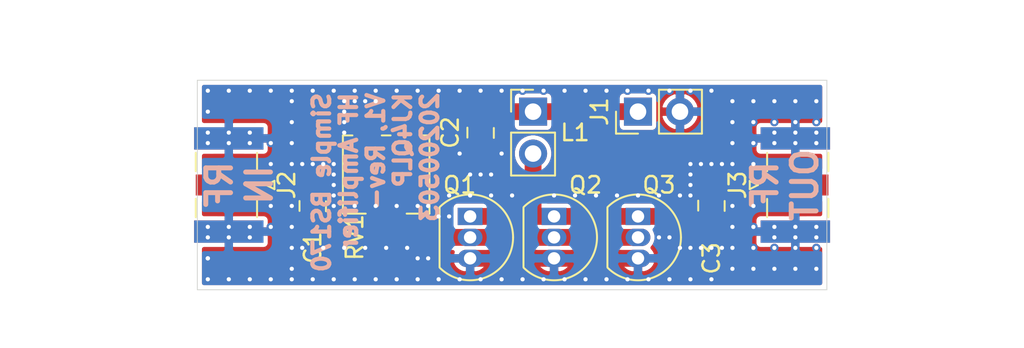
<source format=kicad_pcb>
(kicad_pcb (version 20171130) (host pcbnew 5.1.5-52549c5~84~ubuntu16.04.1)

  (general
    (thickness 1.6)
    (drawings 7)
    (tracks 204)
    (zones 0)
    (modules 11)
    (nets 7)
  )

  (page USLetter)
  (layers
    (0 F.Cu signal)
    (31 B.Cu signal)
    (32 B.Adhes user)
    (33 F.Adhes user)
    (34 B.Paste user)
    (35 F.Paste user)
    (36 B.SilkS user)
    (37 F.SilkS user)
    (38 B.Mask user)
    (39 F.Mask user)
    (40 Dwgs.User user)
    (41 Cmts.User user)
    (42 Eco1.User user)
    (43 Eco2.User user)
    (44 Edge.Cuts user)
    (45 Margin user)
    (46 B.CrtYd user)
    (47 F.CrtYd user)
    (48 B.Fab user)
    (49 F.Fab user)
  )

  (setup
    (last_trace_width 0.254)
    (user_trace_width 0.254)
    (user_trace_width 0.508)
    (user_trace_width 0.762)
    (user_trace_width 1.016)
    (trace_clearance 0.1524)
    (zone_clearance 0.254)
    (zone_45_only no)
    (trace_min 0.1524)
    (via_size 0.508)
    (via_drill 0.254)
    (via_min_size 0.508)
    (via_min_drill 0.254)
    (uvia_size 0.508)
    (uvia_drill 0.254)
    (uvias_allowed no)
    (uvia_min_size 0.508)
    (uvia_min_drill 0.254)
    (edge_width 0.05)
    (segment_width 0.2)
    (pcb_text_width 0.3)
    (pcb_text_size 1.5 1.5)
    (mod_edge_width 0.12)
    (mod_text_size 1 1)
    (mod_text_width 0.15)
    (pad_size 1.524 1.524)
    (pad_drill 0.762)
    (pad_to_mask_clearance 0.051)
    (solder_mask_min_width 0.25)
    (aux_axis_origin 0 0)
    (visible_elements FFFDFF7F)
    (pcbplotparams
      (layerselection 0x010fc_ffffffff)
      (usegerberextensions false)
      (usegerberattributes false)
      (usegerberadvancedattributes false)
      (creategerberjobfile false)
      (excludeedgelayer true)
      (linewidth 0.100000)
      (plotframeref false)
      (viasonmask false)
      (mode 1)
      (useauxorigin false)
      (hpglpennumber 1)
      (hpglpenspeed 20)
      (hpglpendiameter 15.000000)
      (psnegative false)
      (psa4output false)
      (plotreference true)
      (plotvalue true)
      (plotinvisibletext false)
      (padsonsilk false)
      (subtractmaskfromsilk false)
      (outputformat 1)
      (mirror false)
      (drillshape 1)
      (scaleselection 1)
      (outputdirectory ""))
  )

  (net 0 "")
  (net 1 "Net-(C1-Pad1)")
  (net 2 "Net-(C1-Pad2)")
  (net 3 GND)
  (net 4 +12V)
  (net 5 "Net-(C3-Pad1)")
  (net 6 "Net-(C3-Pad2)")

  (net_class Default "This is the default net class."
    (clearance 0.1524)
    (trace_width 0.254)
    (via_dia 0.508)
    (via_drill 0.254)
    (uvia_dia 0.508)
    (uvia_drill 0.254)
    (add_net +12V)
    (add_net GND)
    (add_net "Net-(C1-Pad1)")
    (add_net "Net-(C1-Pad2)")
    (add_net "Net-(C3-Pad1)")
    (add_net "Net-(C3-Pad2)")
  )

  (module Connector_Coaxial:SMA_Samtec_SMA-J-P-X-ST-EM1_EdgeMount (layer F.Cu) (tedit 5DAA3454) (tstamp 5EAFCC82)
    (at 144.145 139.7 90)
    (descr "Connector SMA, 0Hz to 20GHz, 50Ohm, Edge Mount (http://suddendocs.samtec.com/prints/sma-j-p-x-st-em1-mkt.pdf)")
    (tags "SMA Straight Samtec Edge Mount")
    (path /5EB09931)
    (attr smd)
    (fp_text reference J3 (at 0 -3.5 90) (layer F.SilkS)
      (effects (font (size 1 1) (thickness 0.15)))
    )
    (fp_text value Conn_Coaxial (at 0 13 90) (layer F.Fab)
      (effects (font (size 1 1) (thickness 0.15)))
    )
    (fp_text user "Board Thickness: 1.57mm" (at 0 3.81 90) (layer Cmts.User)
      (effects (font (size 1 1) (thickness 0.15)))
    )
    (fp_line (start 0.84 -1.71) (end 1.95 -1.71) (layer F.SilkS) (width 0.12))
    (fp_line (start -1.95 -1.71) (end -0.84 -1.71) (layer F.SilkS) (width 0.12))
    (fp_line (start 0.84 2) (end 1.95 2) (layer F.SilkS) (width 0.12))
    (fp_line (start -1.95 2) (end -0.84 2) (layer F.SilkS) (width 0.12))
    (fp_line (start 3.68 2.6) (end 3.68 12.12) (layer B.CrtYd) (width 0.05))
    (fp_line (start 4 2.6) (end 3.68 2.6) (layer B.CrtYd) (width 0.05))
    (fp_line (start -3.68 12.12) (end -3.68 2.6) (layer B.CrtYd) (width 0.05))
    (fp_line (start -3.68 2.6) (end -4 2.6) (layer B.CrtYd) (width 0.05))
    (fp_line (start 3.68 2.6) (end 3.68 12.12) (layer F.CrtYd) (width 0.05))
    (fp_line (start 3.68 2.6) (end 4 2.6) (layer F.CrtYd) (width 0.05))
    (fp_line (start -3.68 12.12) (end -3.68 2.6) (layer F.CrtYd) (width 0.05))
    (fp_line (start -3.68 2.6) (end -4 2.6) (layer F.CrtYd) (width 0.05))
    (fp_text user "PCB Edge" (at 0 2.6 90) (layer Dwgs.User)
      (effects (font (size 0.5 0.5) (thickness 0.1)))
    )
    (fp_line (start 4.1 2.1) (end -4.1 2.1) (layer Dwgs.User) (width 0.1))
    (fp_line (start -3.175 -1.71) (end -3.175 11.62) (layer F.Fab) (width 0.1))
    (fp_line (start -2.365 -1.71) (end -3.175 -1.71) (layer F.Fab) (width 0.1))
    (fp_line (start -2.365 2.1) (end -2.365 -1.71) (layer F.Fab) (width 0.1))
    (fp_line (start 2.365 2.1) (end -2.365 2.1) (layer F.Fab) (width 0.1))
    (fp_line (start 2.365 -1.71) (end 2.365 2.1) (layer F.Fab) (width 0.1))
    (fp_line (start 3.175 -1.71) (end 2.365 -1.71) (layer F.Fab) (width 0.1))
    (fp_line (start 3.175 -1.71) (end 3.175 11.62) (layer F.Fab) (width 0.1))
    (fp_line (start 3.165 11.62) (end -3.165 11.62) (layer F.Fab) (width 0.1))
    (fp_line (start -4 -2.6) (end 4 -2.6) (layer B.CrtYd) (width 0.05))
    (fp_line (start -4 2.6) (end -4 -2.6) (layer B.CrtYd) (width 0.05))
    (fp_line (start 3.68 12.12) (end -3.68 12.12) (layer B.CrtYd) (width 0.05))
    (fp_line (start 4 2.6) (end 4 -2.6) (layer B.CrtYd) (width 0.05))
    (fp_line (start -4 -2.6) (end 4 -2.6) (layer F.CrtYd) (width 0.05))
    (fp_line (start -4 2.6) (end -4 -2.6) (layer F.CrtYd) (width 0.05))
    (fp_line (start 3.68 12.12) (end -3.68 12.12) (layer F.CrtYd) (width 0.05))
    (fp_line (start 4 2.6) (end 4 -2.6) (layer F.CrtYd) (width 0.05))
    (fp_text user %R (at 0 4.79 270) (layer F.Fab)
      (effects (font (size 1 1) (thickness 0.15)))
    )
    (fp_line (start 0.64 2.1) (end 0 3.1) (layer F.Fab) (width 0.1))
    (fp_line (start 0 3.1) (end -0.64 2.1) (layer F.Fab) (width 0.1))
    (fp_line (start 0 -2.26) (end 0.25 -2.76) (layer F.SilkS) (width 0.12))
    (fp_line (start 0.25 -2.76) (end -0.25 -2.76) (layer F.SilkS) (width 0.12))
    (fp_line (start -0.25 -2.76) (end 0 -2.26) (layer F.SilkS) (width 0.12))
    (pad 1 smd rect (at 0 0.2 90) (size 1.27 3.6) (layers F.Cu F.Paste F.Mask)
      (net 5 "Net-(C3-Pad1)"))
    (pad 2 smd rect (at 2.825 0 90) (size 1.35 4.2) (layers F.Cu F.Paste F.Mask)
      (net 3 GND))
    (pad 2 smd rect (at -2.825 0 90) (size 1.35 4.2) (layers F.Cu F.Paste F.Mask)
      (net 3 GND))
    (pad 2 smd rect (at 2.825 0 90) (size 1.35 4.2) (layers B.Cu B.Paste B.Mask)
      (net 3 GND))
    (pad 2 smd rect (at -2.825 0 90) (size 1.35 4.2) (layers B.Cu B.Paste B.Mask)
      (net 3 GND))
    (model ${KISYS3DMOD}/Connector_Coaxial.3dshapes/SMA_Samtec_SMA-J-P-X-ST-EM1_EdgeMount.wrl
      (at (xyz 0 0 0))
      (scale (xyz 1 1 1))
      (rotate (xyz 0 0 0))
    )
  )

  (module Connector_Coaxial:SMA_Samtec_SMA-J-P-X-ST-EM1_EdgeMount (layer F.Cu) (tedit 5DAA3454) (tstamp 5EAFCF1F)
    (at 109.855 139.7 270)
    (descr "Connector SMA, 0Hz to 20GHz, 50Ohm, Edge Mount (http://suddendocs.samtec.com/prints/sma-j-p-x-st-em1-mkt.pdf)")
    (tags "SMA Straight Samtec Edge Mount")
    (path /5EB086E2)
    (attr smd)
    (fp_text reference J2 (at 0 -3.5 90) (layer F.SilkS)
      (effects (font (size 1 1) (thickness 0.15)))
    )
    (fp_text value Conn_Coaxial (at 0 13 90) (layer F.Fab)
      (effects (font (size 1 1) (thickness 0.15)))
    )
    (fp_text user "Board Thickness: 1.57mm" (at 0 5.08 90) (layer Cmts.User)
      (effects (font (size 1 1) (thickness 0.15)))
    )
    (fp_line (start 0.84 -1.71) (end 1.95 -1.71) (layer F.SilkS) (width 0.12))
    (fp_line (start -1.95 -1.71) (end -0.84 -1.71) (layer F.SilkS) (width 0.12))
    (fp_line (start 0.84 2) (end 1.95 2) (layer F.SilkS) (width 0.12))
    (fp_line (start -1.95 2) (end -0.84 2) (layer F.SilkS) (width 0.12))
    (fp_line (start 3.68 2.6) (end 3.68 12.12) (layer B.CrtYd) (width 0.05))
    (fp_line (start 4 2.6) (end 3.68 2.6) (layer B.CrtYd) (width 0.05))
    (fp_line (start -3.68 12.12) (end -3.68 2.6) (layer B.CrtYd) (width 0.05))
    (fp_line (start -3.68 2.6) (end -4 2.6) (layer B.CrtYd) (width 0.05))
    (fp_line (start 3.68 2.6) (end 3.68 12.12) (layer F.CrtYd) (width 0.05))
    (fp_line (start 3.68 2.6) (end 4 2.6) (layer F.CrtYd) (width 0.05))
    (fp_line (start -3.68 12.12) (end -3.68 2.6) (layer F.CrtYd) (width 0.05))
    (fp_line (start -3.68 2.6) (end -4 2.6) (layer F.CrtYd) (width 0.05))
    (fp_text user "PCB Edge" (at 0 2.6 90) (layer Dwgs.User)
      (effects (font (size 0.5 0.5) (thickness 0.1)))
    )
    (fp_line (start 4.1 2.1) (end -4.1 2.1) (layer Dwgs.User) (width 0.1))
    (fp_line (start -3.175 -1.71) (end -3.175 11.62) (layer F.Fab) (width 0.1))
    (fp_line (start -2.365 -1.71) (end -3.175 -1.71) (layer F.Fab) (width 0.1))
    (fp_line (start -2.365 2.1) (end -2.365 -1.71) (layer F.Fab) (width 0.1))
    (fp_line (start 2.365 2.1) (end -2.365 2.1) (layer F.Fab) (width 0.1))
    (fp_line (start 2.365 -1.71) (end 2.365 2.1) (layer F.Fab) (width 0.1))
    (fp_line (start 3.175 -1.71) (end 2.365 -1.71) (layer F.Fab) (width 0.1))
    (fp_line (start 3.175 -1.71) (end 3.175 11.62) (layer F.Fab) (width 0.1))
    (fp_line (start 3.165 11.62) (end -3.165 11.62) (layer F.Fab) (width 0.1))
    (fp_line (start -4 -2.6) (end 4 -2.6) (layer B.CrtYd) (width 0.05))
    (fp_line (start -4 2.6) (end -4 -2.6) (layer B.CrtYd) (width 0.05))
    (fp_line (start 3.68 12.12) (end -3.68 12.12) (layer B.CrtYd) (width 0.05))
    (fp_line (start 4 2.6) (end 4 -2.6) (layer B.CrtYd) (width 0.05))
    (fp_line (start -4 -2.6) (end 4 -2.6) (layer F.CrtYd) (width 0.05))
    (fp_line (start -4 2.6) (end -4 -2.6) (layer F.CrtYd) (width 0.05))
    (fp_line (start 3.68 12.12) (end -3.68 12.12) (layer F.CrtYd) (width 0.05))
    (fp_line (start 4 2.6) (end 4 -2.6) (layer F.CrtYd) (width 0.05))
    (fp_text user %R (at 0 4.79 270) (layer F.Fab)
      (effects (font (size 1 1) (thickness 0.15)))
    )
    (fp_line (start 0.64 2.1) (end 0 3.1) (layer F.Fab) (width 0.1))
    (fp_line (start 0 3.1) (end -0.64 2.1) (layer F.Fab) (width 0.1))
    (fp_line (start 0 -2.26) (end 0.25 -2.76) (layer F.SilkS) (width 0.12))
    (fp_line (start 0.25 -2.76) (end -0.25 -2.76) (layer F.SilkS) (width 0.12))
    (fp_line (start -0.25 -2.76) (end 0 -2.26) (layer F.SilkS) (width 0.12))
    (pad 1 smd rect (at 0 0.2 270) (size 1.27 3.6) (layers F.Cu F.Paste F.Mask)
      (net 2 "Net-(C1-Pad2)"))
    (pad 2 smd rect (at 2.825 0 270) (size 1.35 4.2) (layers F.Cu F.Paste F.Mask)
      (net 3 GND))
    (pad 2 smd rect (at -2.825 0 270) (size 1.35 4.2) (layers F.Cu F.Paste F.Mask)
      (net 3 GND))
    (pad 2 smd rect (at 2.825 0 270) (size 1.35 4.2) (layers B.Cu B.Paste B.Mask)
      (net 3 GND))
    (pad 2 smd rect (at -2.825 0 270) (size 1.35 4.2) (layers B.Cu B.Paste B.Mask)
      (net 3 GND))
    (model ${KISYS3DMOD}/Connector_Coaxial.3dshapes/SMA_Samtec_SMA-J-P-X-ST-EM1_EdgeMount.wrl
      (at (xyz 0 0 0))
      (scale (xyz 1 1 1))
      (rotate (xyz 0 0 0))
    )
  )

  (module Connector_PinHeader_2.54mm:PinHeader_1x02_P2.54mm_Vertical (layer F.Cu) (tedit 59FED5CC) (tstamp 5EAFDD2B)
    (at 128.27 135.255)
    (descr "Through hole straight pin header, 1x02, 2.54mm pitch, single row")
    (tags "Through hole pin header THT 1x02 2.54mm single row")
    (path /5EB06520)
    (fp_text reference L1 (at 2.54 1.27) (layer F.SilkS)
      (effects (font (size 1 1) (thickness 0.15)))
    )
    (fp_text value L (at 0 4.87) (layer F.Fab)
      (effects (font (size 1 1) (thickness 0.15)))
    )
    (fp_text user %R (at 0 1.27 90) (layer F.Fab)
      (effects (font (size 1 1) (thickness 0.15)))
    )
    (fp_line (start 1.8 -1.8) (end -1.8 -1.8) (layer F.CrtYd) (width 0.05))
    (fp_line (start 1.8 4.35) (end 1.8 -1.8) (layer F.CrtYd) (width 0.05))
    (fp_line (start -1.8 4.35) (end 1.8 4.35) (layer F.CrtYd) (width 0.05))
    (fp_line (start -1.8 -1.8) (end -1.8 4.35) (layer F.CrtYd) (width 0.05))
    (fp_line (start -1.33 -1.33) (end 0 -1.33) (layer F.SilkS) (width 0.12))
    (fp_line (start -1.33 0) (end -1.33 -1.33) (layer F.SilkS) (width 0.12))
    (fp_line (start -1.33 1.27) (end 1.33 1.27) (layer F.SilkS) (width 0.12))
    (fp_line (start 1.33 1.27) (end 1.33 3.87) (layer F.SilkS) (width 0.12))
    (fp_line (start -1.33 1.27) (end -1.33 3.87) (layer F.SilkS) (width 0.12))
    (fp_line (start -1.33 3.87) (end 1.33 3.87) (layer F.SilkS) (width 0.12))
    (fp_line (start -1.27 -0.635) (end -0.635 -1.27) (layer F.Fab) (width 0.1))
    (fp_line (start -1.27 3.81) (end -1.27 -0.635) (layer F.Fab) (width 0.1))
    (fp_line (start 1.27 3.81) (end -1.27 3.81) (layer F.Fab) (width 0.1))
    (fp_line (start 1.27 -1.27) (end 1.27 3.81) (layer F.Fab) (width 0.1))
    (fp_line (start -0.635 -1.27) (end 1.27 -1.27) (layer F.Fab) (width 0.1))
    (pad 2 thru_hole oval (at 0 2.54) (size 1.7 1.7) (drill 1) (layers *.Cu *.Mask)
      (net 6 "Net-(C3-Pad2)"))
    (pad 1 thru_hole rect (at 0 0) (size 1.7 1.7) (drill 1) (layers *.Cu *.Mask)
      (net 4 +12V))
    (model ${KISYS3DMOD}/Connector_PinHeader_2.54mm.3dshapes/PinHeader_1x02_P2.54mm_Vertical.wrl
      (at (xyz 0 0 0))
      (scale (xyz 1 1 1))
      (rotate (xyz 0 0 0))
    )
  )

  (module Connector_PinHeader_2.54mm:PinHeader_1x02_P2.54mm_Vertical (layer F.Cu) (tedit 59FED5CC) (tstamp 5EAFDCC5)
    (at 134.62 135.255 90)
    (descr "Through hole straight pin header, 1x02, 2.54mm pitch, single row")
    (tags "Through hole pin header THT 1x02 2.54mm single row")
    (path /5EB182D0)
    (fp_text reference J1 (at 0 -2.33 90) (layer F.SilkS)
      (effects (font (size 1 1) (thickness 0.15)))
    )
    (fp_text value Conn_01x02_Male (at 0 4.87 90) (layer F.Fab)
      (effects (font (size 1 1) (thickness 0.15)))
    )
    (fp_text user %R (at 0 1.27) (layer F.Fab)
      (effects (font (size 1 1) (thickness 0.15)))
    )
    (fp_line (start 1.8 -1.8) (end -1.8 -1.8) (layer F.CrtYd) (width 0.05))
    (fp_line (start 1.8 4.35) (end 1.8 -1.8) (layer F.CrtYd) (width 0.05))
    (fp_line (start -1.8 4.35) (end 1.8 4.35) (layer F.CrtYd) (width 0.05))
    (fp_line (start -1.8 -1.8) (end -1.8 4.35) (layer F.CrtYd) (width 0.05))
    (fp_line (start -1.33 -1.33) (end 0 -1.33) (layer F.SilkS) (width 0.12))
    (fp_line (start -1.33 0) (end -1.33 -1.33) (layer F.SilkS) (width 0.12))
    (fp_line (start -1.33 1.27) (end 1.33 1.27) (layer F.SilkS) (width 0.12))
    (fp_line (start 1.33 1.27) (end 1.33 3.87) (layer F.SilkS) (width 0.12))
    (fp_line (start -1.33 1.27) (end -1.33 3.87) (layer F.SilkS) (width 0.12))
    (fp_line (start -1.33 3.87) (end 1.33 3.87) (layer F.SilkS) (width 0.12))
    (fp_line (start -1.27 -0.635) (end -0.635 -1.27) (layer F.Fab) (width 0.1))
    (fp_line (start -1.27 3.81) (end -1.27 -0.635) (layer F.Fab) (width 0.1))
    (fp_line (start 1.27 3.81) (end -1.27 3.81) (layer F.Fab) (width 0.1))
    (fp_line (start 1.27 -1.27) (end 1.27 3.81) (layer F.Fab) (width 0.1))
    (fp_line (start -0.635 -1.27) (end 1.27 -1.27) (layer F.Fab) (width 0.1))
    (pad 2 thru_hole oval (at 0 2.54 90) (size 1.7 1.7) (drill 1) (layers *.Cu *.Mask)
      (net 3 GND))
    (pad 1 thru_hole rect (at 0 0 90) (size 1.7 1.7) (drill 1) (layers *.Cu *.Mask)
      (net 4 +12V))
    (model ${KISYS3DMOD}/Connector_PinHeader_2.54mm.3dshapes/PinHeader_1x02_P2.54mm_Vertical.wrl
      (at (xyz 0 0 0))
      (scale (xyz 1 1 1))
      (rotate (xyz 0 0 0))
    )
  )

  (module Potentiometer_SMD:Potentiometer_Bourns_3314R-GM5_Vertical (layer F.Cu) (tedit 5A81E1D7) (tstamp 5EAFDC7E)
    (at 119.38 139.065)
    (descr "Potentiometer, vertical, Bourns 3314R-GM5, http://www.bourns.com/docs/Product-Datasheets/3314.pdf")
    (tags "Potentiometer vertical Bourns 3314R-GM5")
    (path /5EB0DB8D)
    (attr smd)
    (fp_text reference RV1 (at -1.905 3.81 90) (layer F.SilkS)
      (effects (font (size 1 1) (thickness 0.15)))
    )
    (fp_text value R_POT_US (at 0 5.025) (layer F.Fab)
      (effects (font (size 1 1) (thickness 0.15)))
    )
    (fp_text user %R (at 0 -1.7) (layer F.Fab)
      (effects (font (size 0.63 0.63) (thickness 0.15)))
    )
    (fp_line (start 2.75 -4.05) (end -2.75 -4.05) (layer F.CrtYd) (width 0.05))
    (fp_line (start 2.75 4.05) (end 2.75 -4.05) (layer F.CrtYd) (width 0.05))
    (fp_line (start -2.75 4.05) (end 2.75 4.05) (layer F.CrtYd) (width 0.05))
    (fp_line (start -2.75 -4.05) (end -2.75 4.05) (layer F.CrtYd) (width 0.05))
    (fp_line (start 2.62 -2.37) (end 2.62 2.37) (layer F.SilkS) (width 0.12))
    (fp_line (start -2.62 -2.37) (end -2.62 2.37) (layer F.SilkS) (width 0.12))
    (fp_line (start 1.24 2.37) (end 2.62 2.37) (layer F.SilkS) (width 0.12))
    (fp_line (start -2.62 2.37) (end -1.24 2.37) (layer F.SilkS) (width 0.12))
    (fp_line (start -0.264 -2.37) (end 0.265 -2.37) (layer F.SilkS) (width 0.12))
    (fp_line (start -2.62 -2.37) (end -2.044 -2.37) (layer F.SilkS) (width 0.12))
    (fp_line (start 2.045 -2.37) (end 2.62 -2.37) (layer F.SilkS) (width 0.12))
    (fp_line (start 0 0.99) (end 0.001 -0.989) (layer F.Fab) (width 0.1))
    (fp_line (start 0 0.99) (end 0.001 -0.989) (layer F.Fab) (width 0.1))
    (fp_line (start 2.5 -2.25) (end -2.5 -2.25) (layer F.Fab) (width 0.1))
    (fp_line (start 2.5 2.25) (end 2.5 -2.25) (layer F.Fab) (width 0.1))
    (fp_line (start -2.5 2.25) (end 2.5 2.25) (layer F.Fab) (width 0.1))
    (fp_line (start -2.5 -2.25) (end -2.5 2.25) (layer F.Fab) (width 0.1))
    (fp_circle (center 0 0) (end 1 0) (layer F.Fab) (width 0.1))
    (pad 3 smd rect (at -1.155 -3.125) (size 1.3 1.3) (layers F.Cu F.Paste F.Mask)
      (net 3 GND))
    (pad 2 smd rect (at 0 3.125) (size 2 1.3) (layers F.Cu F.Paste F.Mask)
      (net 1 "Net-(C1-Pad1)"))
    (pad 1 smd rect (at 1.155 -3.125) (size 1.3 1.3) (layers F.Cu F.Paste F.Mask)
      (net 4 +12V))
    (model ${KISYS3DMOD}/Potentiometer_SMD.3dshapes/Potentiometer_Bourns_3314R-GM5_Vertical.wrl
      (at (xyz 0 0 0))
      (scale (xyz 1 1 1))
      (rotate (xyz 0 0 0))
    )
  )

  (module Package_TO_SOT_THT:TO-92_Inline (layer F.Cu) (tedit 5A1DD157) (tstamp 5EAFDC43)
    (at 134.62 141.605 270)
    (descr "TO-92 leads in-line, narrow, oval pads, drill 0.75mm (see NXP sot054_po.pdf)")
    (tags "to-92 sc-43 sc-43a sot54 PA33 transistor")
    (path /5EB03B3F)
    (fp_text reference Q3 (at -1.905 -1.27 180) (layer F.SilkS)
      (effects (font (size 1 1) (thickness 0.15)))
    )
    (fp_text value BS170 (at 1.27 2.79 90) (layer F.Fab)
      (effects (font (size 1 1) (thickness 0.15)))
    )
    (fp_arc (start 1.27 0) (end 1.27 -2.6) (angle 135) (layer F.SilkS) (width 0.12))
    (fp_arc (start 1.27 0) (end 1.27 -2.48) (angle -135) (layer F.Fab) (width 0.1))
    (fp_arc (start 1.27 0) (end 1.27 -2.6) (angle -135) (layer F.SilkS) (width 0.12))
    (fp_arc (start 1.27 0) (end 1.27 -2.48) (angle 135) (layer F.Fab) (width 0.1))
    (fp_line (start 4 2.01) (end -1.46 2.01) (layer F.CrtYd) (width 0.05))
    (fp_line (start 4 2.01) (end 4 -2.73) (layer F.CrtYd) (width 0.05))
    (fp_line (start -1.46 -2.73) (end -1.46 2.01) (layer F.CrtYd) (width 0.05))
    (fp_line (start -1.46 -2.73) (end 4 -2.73) (layer F.CrtYd) (width 0.05))
    (fp_line (start -0.5 1.75) (end 3 1.75) (layer F.Fab) (width 0.1))
    (fp_line (start -0.53 1.85) (end 3.07 1.85) (layer F.SilkS) (width 0.12))
    (fp_text user %R (at 1.27 -3.56 90) (layer F.Fab)
      (effects (font (size 1 1) (thickness 0.15)))
    )
    (pad 1 thru_hole rect (at 0 0 270) (size 1.05 1.5) (drill 0.75) (layers *.Cu *.Mask)
      (net 6 "Net-(C3-Pad2)"))
    (pad 3 thru_hole oval (at 2.54 0 270) (size 1.05 1.5) (drill 0.75) (layers *.Cu *.Mask)
      (net 3 GND))
    (pad 2 thru_hole oval (at 1.27 0 270) (size 1.05 1.5) (drill 0.75) (layers *.Cu *.Mask)
      (net 1 "Net-(C1-Pad1)"))
    (model ${KISYS3DMOD}/Package_TO_SOT_THT.3dshapes/TO-92_Inline.wrl
      (at (xyz 0 0 0))
      (scale (xyz 1 1 1))
      (rotate (xyz 0 0 0))
    )
  )

  (module Package_TO_SOT_THT:TO-92_Inline (layer F.Cu) (tedit 5A1DD157) (tstamp 5EAFDD5A)
    (at 129.54 141.605 270)
    (descr "TO-92 leads in-line, narrow, oval pads, drill 0.75mm (see NXP sot054_po.pdf)")
    (tags "to-92 sc-43 sc-43a sot54 PA33 transistor")
    (path /5EB0251F)
    (fp_text reference Q2 (at -1.905 -1.905 180) (layer F.SilkS)
      (effects (font (size 1 1) (thickness 0.15)))
    )
    (fp_text value BS170 (at 1.27 2.79 90) (layer F.Fab)
      (effects (font (size 1 1) (thickness 0.15)))
    )
    (fp_arc (start 1.27 0) (end 1.27 -2.6) (angle 135) (layer F.SilkS) (width 0.12))
    (fp_arc (start 1.27 0) (end 1.27 -2.48) (angle -135) (layer F.Fab) (width 0.1))
    (fp_arc (start 1.27 0) (end 1.27 -2.6) (angle -135) (layer F.SilkS) (width 0.12))
    (fp_arc (start 1.27 0) (end 1.27 -2.48) (angle 135) (layer F.Fab) (width 0.1))
    (fp_line (start 4 2.01) (end -1.46 2.01) (layer F.CrtYd) (width 0.05))
    (fp_line (start 4 2.01) (end 4 -2.73) (layer F.CrtYd) (width 0.05))
    (fp_line (start -1.46 -2.73) (end -1.46 2.01) (layer F.CrtYd) (width 0.05))
    (fp_line (start -1.46 -2.73) (end 4 -2.73) (layer F.CrtYd) (width 0.05))
    (fp_line (start -0.5 1.75) (end 3 1.75) (layer F.Fab) (width 0.1))
    (fp_line (start -0.53 1.85) (end 3.07 1.85) (layer F.SilkS) (width 0.12))
    (fp_text user %R (at 1.27 -3.56 90) (layer F.Fab)
      (effects (font (size 1 1) (thickness 0.15)))
    )
    (pad 1 thru_hole rect (at 0 0 270) (size 1.05 1.5) (drill 0.75) (layers *.Cu *.Mask)
      (net 6 "Net-(C3-Pad2)"))
    (pad 3 thru_hole oval (at 2.54 0 270) (size 1.05 1.5) (drill 0.75) (layers *.Cu *.Mask)
      (net 3 GND))
    (pad 2 thru_hole oval (at 1.27 0 270) (size 1.05 1.5) (drill 0.75) (layers *.Cu *.Mask)
      (net 1 "Net-(C1-Pad1)"))
    (model ${KISYS3DMOD}/Package_TO_SOT_THT.3dshapes/TO-92_Inline.wrl
      (at (xyz 0 0 0))
      (scale (xyz 1 1 1))
      (rotate (xyz 0 0 0))
    )
  )

  (module digikey-footprints:0805 (layer F.Cu) (tedit 5D288D36) (tstamp 5EAFDCFE)
    (at 139.065 140.97 270)
    (path /5EB0ACB8)
    (attr smd)
    (fp_text reference C3 (at 3.175 0 90) (layer F.SilkS)
      (effects (font (size 1 1) (thickness 0.15)))
    )
    (fp_text value C (at 0 1.95 90) (layer F.Fab)
      (effects (font (size 1 1) (thickness 0.15)))
    )
    (fp_line (start -0.95 -0.675) (end -0.95 0.675) (layer F.Fab) (width 0.12))
    (fp_line (start 0.95 -0.675) (end 0.95 0.675) (layer F.Fab) (width 0.12))
    (fp_line (start -0.95 -0.68) (end 0.95 -0.68) (layer F.Fab) (width 0.12))
    (fp_line (start -0.95 0.68) (end 0.95 0.68) (layer F.Fab) (width 0.12))
    (fp_line (start -0.3 -0.8) (end 0.3 -0.8) (layer F.SilkS) (width 0.12))
    (fp_line (start -0.32 0.8) (end 0.28 0.8) (layer F.SilkS) (width 0.12))
    (fp_line (start -1.9 0.93) (end -1.9 -0.93) (layer F.CrtYd) (width 0.05))
    (fp_line (start 1.9 0.93) (end 1.9 -0.93) (layer F.CrtYd) (width 0.05))
    (fp_line (start -1.9 -0.93) (end 1.9 -0.93) (layer F.CrtYd) (width 0.05))
    (fp_line (start -1.9 0.93) (end 1.9 0.93) (layer F.CrtYd) (width 0.05))
    (pad 1 smd rect (at -1.05 0 270) (size 1.2 1.2) (layers F.Cu F.Paste F.Mask)
      (net 5 "Net-(C3-Pad1)"))
    (pad 2 smd rect (at 1.05 0 270) (size 1.2 1.2) (layers F.Cu F.Paste F.Mask)
      (net 6 "Net-(C3-Pad2)"))
  )

  (module digikey-footprints:0805 (layer F.Cu) (tedit 5D288D36) (tstamp 5EAFDDEB)
    (at 125.095 136.525 90)
    (path /5EB0FFDC)
    (attr smd)
    (fp_text reference C2 (at 0 -1.84 90) (layer F.SilkS)
      (effects (font (size 1 1) (thickness 0.15)))
    )
    (fp_text value C (at 0 1.95 90) (layer F.Fab)
      (effects (font (size 1 1) (thickness 0.15)))
    )
    (fp_line (start -0.95 -0.675) (end -0.95 0.675) (layer F.Fab) (width 0.12))
    (fp_line (start 0.95 -0.675) (end 0.95 0.675) (layer F.Fab) (width 0.12))
    (fp_line (start -0.95 -0.68) (end 0.95 -0.68) (layer F.Fab) (width 0.12))
    (fp_line (start -0.95 0.68) (end 0.95 0.68) (layer F.Fab) (width 0.12))
    (fp_line (start -0.3 -0.8) (end 0.3 -0.8) (layer F.SilkS) (width 0.12))
    (fp_line (start -0.32 0.8) (end 0.28 0.8) (layer F.SilkS) (width 0.12))
    (fp_line (start -1.9 0.93) (end -1.9 -0.93) (layer F.CrtYd) (width 0.05))
    (fp_line (start 1.9 0.93) (end 1.9 -0.93) (layer F.CrtYd) (width 0.05))
    (fp_line (start -1.9 -0.93) (end 1.9 -0.93) (layer F.CrtYd) (width 0.05))
    (fp_line (start -1.9 0.93) (end 1.9 0.93) (layer F.CrtYd) (width 0.05))
    (pad 1 smd rect (at -1.05 0 90) (size 1.2 1.2) (layers F.Cu F.Paste F.Mask)
      (net 3 GND))
    (pad 2 smd rect (at 1.05 0 90) (size 1.2 1.2) (layers F.Cu F.Paste F.Mask)
      (net 4 +12V))
  )

  (module digikey-footprints:0805 (layer F.Cu) (tedit 5D288D36) (tstamp 5EAFDDBE)
    (at 114.935 140.97 90)
    (path /5EB077A5)
    (attr smd)
    (fp_text reference C1 (at -2.54 0 90) (layer F.SilkS)
      (effects (font (size 1 1) (thickness 0.15)))
    )
    (fp_text value C (at 0 1.95 90) (layer F.Fab)
      (effects (font (size 1 1) (thickness 0.15)))
    )
    (fp_line (start -0.95 -0.675) (end -0.95 0.675) (layer F.Fab) (width 0.12))
    (fp_line (start 0.95 -0.675) (end 0.95 0.675) (layer F.Fab) (width 0.12))
    (fp_line (start -0.95 -0.68) (end 0.95 -0.68) (layer F.Fab) (width 0.12))
    (fp_line (start -0.95 0.68) (end 0.95 0.68) (layer F.Fab) (width 0.12))
    (fp_line (start -0.3 -0.8) (end 0.3 -0.8) (layer F.SilkS) (width 0.12))
    (fp_line (start -0.32 0.8) (end 0.28 0.8) (layer F.SilkS) (width 0.12))
    (fp_line (start -1.9 0.93) (end -1.9 -0.93) (layer F.CrtYd) (width 0.05))
    (fp_line (start 1.9 0.93) (end 1.9 -0.93) (layer F.CrtYd) (width 0.05))
    (fp_line (start -1.9 -0.93) (end 1.9 -0.93) (layer F.CrtYd) (width 0.05))
    (fp_line (start -1.9 0.93) (end 1.9 0.93) (layer F.CrtYd) (width 0.05))
    (pad 1 smd rect (at -1.05 0 90) (size 1.2 1.2) (layers F.Cu F.Paste F.Mask)
      (net 1 "Net-(C1-Pad1)"))
    (pad 2 smd rect (at 1.05 0 90) (size 1.2 1.2) (layers F.Cu F.Paste F.Mask)
      (net 2 "Net-(C1-Pad2)"))
  )

  (module Package_TO_SOT_THT:TO-92_Inline (layer F.Cu) (tedit 5A1DD157) (tstamp 5EAFDD8D)
    (at 124.46 141.605 270)
    (descr "TO-92 leads in-line, narrow, oval pads, drill 0.75mm (see NXP sot054_po.pdf)")
    (tags "to-92 sc-43 sc-43a sot54 PA33 transistor")
    (path /5EAFFE7C)
    (fp_text reference Q1 (at -1.905 0.635 180) (layer F.SilkS)
      (effects (font (size 1 1) (thickness 0.15)))
    )
    (fp_text value BS170 (at 1.27 2.79 90) (layer F.Fab)
      (effects (font (size 1 1) (thickness 0.15)))
    )
    (fp_arc (start 1.27 0) (end 1.27 -2.6) (angle 135) (layer F.SilkS) (width 0.12))
    (fp_arc (start 1.27 0) (end 1.27 -2.48) (angle -135) (layer F.Fab) (width 0.1))
    (fp_arc (start 1.27 0) (end 1.27 -2.6) (angle -135) (layer F.SilkS) (width 0.12))
    (fp_arc (start 1.27 0) (end 1.27 -2.48) (angle 135) (layer F.Fab) (width 0.1))
    (fp_line (start 4 2.01) (end -1.46 2.01) (layer F.CrtYd) (width 0.05))
    (fp_line (start 4 2.01) (end 4 -2.73) (layer F.CrtYd) (width 0.05))
    (fp_line (start -1.46 -2.73) (end -1.46 2.01) (layer F.CrtYd) (width 0.05))
    (fp_line (start -1.46 -2.73) (end 4 -2.73) (layer F.CrtYd) (width 0.05))
    (fp_line (start -0.5 1.75) (end 3 1.75) (layer F.Fab) (width 0.1))
    (fp_line (start -0.53 1.85) (end 3.07 1.85) (layer F.SilkS) (width 0.12))
    (fp_text user %R (at 1.27 -3.56 90) (layer F.Fab)
      (effects (font (size 1 1) (thickness 0.15)))
    )
    (pad 1 thru_hole rect (at 0 0 270) (size 1.05 1.5) (drill 0.75) (layers *.Cu *.Mask)
      (net 6 "Net-(C3-Pad2)"))
    (pad 3 thru_hole oval (at 2.54 0 270) (size 1.05 1.5) (drill 0.75) (layers *.Cu *.Mask)
      (net 3 GND))
    (pad 2 thru_hole oval (at 1.27 0 270) (size 1.05 1.5) (drill 0.75) (layers *.Cu *.Mask)
      (net 1 "Net-(C1-Pad1)"))
    (model ${KISYS3DMOD}/Package_TO_SOT_THT.3dshapes/TO-92_Inline.wrl
      (at (xyz 0 0 0))
      (scale (xyz 1 1 1))
      (rotate (xyz 0 0 0))
    )
  )

  (gr_text "Simple BS170 \nHF Amplifier\nV1, Rev-\nKJ4QLP\n20200503" (at 118.745 133.985 90) (layer B.SilkS)
    (effects (font (size 1.016 1.016) (thickness 0.254)) (justify left mirror))
  )
  (gr_text "RF\nOUT" (at 143.51 139.7 90) (layer B.SilkS) (tstamp 5EAF7B65)
    (effects (font (size 1.5 1.5) (thickness 0.3)) (justify mirror))
  )
  (gr_text "RF\nIN" (at 110.49 139.7 90) (layer B.SilkS)
    (effects (font (size 1.5 1.5) (thickness 0.3)) (justify mirror))
  )
  (gr_line (start 146.05 146.05) (end 107.95 146.05) (layer Edge.Cuts) (width 0.05) (tstamp 5EAFDEC8))
  (gr_line (start 146.05 133.35) (end 146.05 146.05) (layer Edge.Cuts) (width 0.05))
  (gr_line (start 107.95 133.35) (end 146.05 133.35) (layer Edge.Cuts) (width 0.05))
  (gr_line (start 107.95 146.05) (end 107.95 133.35) (layer Edge.Cuts) (width 0.05))

  (segment (start 119.21 142.02) (end 119.38 142.19) (width 1.016) (layer F.Cu) (net 1))
  (segment (start 114.935 142.02) (end 119.21 142.02) (width 1.016) (layer F.Cu) (net 1))
  (segment (start 124.46 142.875) (end 121.92 142.875) (width 1.016) (layer F.Cu) (net 1))
  (segment (start 121.396 142.19) (end 119.38 142.19) (width 1.016) (layer F.Cu) (net 1))
  (segment (start 121.92 142.714) (end 121.396 142.19) (width 1.016) (layer F.Cu) (net 1))
  (segment (start 121.92 142.875) (end 121.92 142.714) (width 1.016) (layer F.Cu) (net 1))
  (segment (start 124.46 142.875) (end 129.54 142.875) (width 1.016) (layer F.Cu) (net 1))
  (segment (start 129.54 142.875) (end 134.62 142.875) (width 1.016) (layer F.Cu) (net 1))
  (segment (start 114.715 139.7) (end 114.935 139.92) (width 1.016) (layer F.Cu) (net 2))
  (segment (start 109.655 139.7) (end 114.715 139.7) (width 1.016) (layer F.Cu) (net 2))
  (via (at 141.605 144.78) (size 0.508) (drill 0.254) (layers F.Cu B.Cu) (net 3))
  (via (at 144.145 142.875) (size 0.508) (drill 0.254) (layers F.Cu B.Cu) (net 3))
  (via (at 140.335 135.89) (size 0.508) (drill 0.254) (layers F.Cu B.Cu) (net 3))
  (via (at 140.335 134.62) (size 0.508) (drill 0.254) (layers F.Cu B.Cu) (net 3))
  (via (at 140.335 140.97) (size 0.508) (drill 0.254) (layers F.Cu B.Cu) (net 3) (tstamp 5EAFE878))
  (via (at 140.335 142.24) (size 0.508) (drill 0.254) (layers F.Cu B.Cu) (net 3) (tstamp 5EAFE87A))
  (via (at 140.335 143.51) (size 0.508) (drill 0.254) (layers F.Cu B.Cu) (net 3) (tstamp 5EAFE87C))
  (via (at 139.7 143.51) (size 0.508) (drill 0.254) (layers F.Cu B.Cu) (net 3) (tstamp 5EAFE87E))
  (via (at 136.525 142.875) (size 0.508) (drill 0.254) (layers F.Cu B.Cu) (net 3) (tstamp 5EAFE880))
  (via (at 135.89 142.875) (size 0.508) (drill 0.254) (layers F.Cu B.Cu) (net 3) (tstamp 5EAFE882))
  (via (at 137.795 138.43) (size 0.508) (drill 0.254) (layers F.Cu B.Cu) (net 3) (tstamp 5EAFE884))
  (via (at 129.54 140.335) (size 0.508) (drill 0.254) (layers F.Cu B.Cu) (net 3) (tstamp 5EAFE886))
  (via (at 130.81 140.335) (size 0.508) (drill 0.254) (layers F.Cu B.Cu) (net 3) (tstamp 5EAFE888))
  (via (at 132.08 140.335) (size 0.508) (drill 0.254) (layers F.Cu B.Cu) (net 3) (tstamp 5EAFE88A))
  (via (at 133.35 140.335) (size 0.508) (drill 0.254) (layers F.Cu B.Cu) (net 3) (tstamp 5EAFE88C))
  (via (at 134.62 140.335) (size 0.508) (drill 0.254) (layers F.Cu B.Cu) (net 3) (tstamp 5EAFE88E))
  (via (at 135.89 140.335) (size 0.508) (drill 0.254) (layers F.Cu B.Cu) (net 3) (tstamp 5EAFE890))
  (via (at 137.795 140.335) (size 0.508) (drill 0.254) (layers F.Cu B.Cu) (net 3) (tstamp 5EAFE892))
  (via (at 137.16 140.335) (size 0.508) (drill 0.254) (layers F.Cu B.Cu) (net 3) (tstamp 5EAFE894))
  (via (at 137.795 139.7) (size 0.508) (drill 0.254) (layers F.Cu B.Cu) (net 3) (tstamp 5EAFE896))
  (via (at 137.795 139.065) (size 0.508) (drill 0.254) (layers F.Cu B.Cu) (net 3) (tstamp 5EAFE898))
  (via (at 138.43 138.43) (size 0.508) (drill 0.254) (layers F.Cu B.Cu) (net 3) (tstamp 5EAFE89A))
  (via (at 139.065 138.43) (size 0.508) (drill 0.254) (layers F.Cu B.Cu) (net 3) (tstamp 5EAFE89C))
  (via (at 139.7 138.43) (size 0.508) (drill 0.254) (layers F.Cu B.Cu) (net 3) (tstamp 5EAFE89E))
  (via (at 116.205 140.335) (size 0.508) (drill 0.254) (layers F.Cu B.Cu) (net 3) (tstamp 5EAFE8A0))
  (via (at 116.205 139.7) (size 0.508) (drill 0.254) (layers F.Cu B.Cu) (net 3) (tstamp 5EAFE8A2))
  (via (at 116.205 139.065) (size 0.508) (drill 0.254) (layers F.Cu B.Cu) (net 3) (tstamp 5EAFE8A4))
  (via (at 116.205 138.43) (size 0.508) (drill 0.254) (layers F.Cu B.Cu) (net 3) (tstamp 5EAFE8A6))
  (via (at 115.57 138.43) (size 0.508) (drill 0.254) (layers F.Cu B.Cu) (net 3) (tstamp 5EAFE8A8))
  (via (at 114.935 138.43) (size 0.508) (drill 0.254) (layers F.Cu B.Cu) (net 3) (tstamp 5EAFE8AA))
  (via (at 114.3 138.43) (size 0.508) (drill 0.254) (layers F.Cu B.Cu) (net 3) (tstamp 5EAFE8AC))
  (via (at 113.665 138.43) (size 0.508) (drill 0.254) (layers F.Cu B.Cu) (net 3) (tstamp 5EAFE8AE))
  (via (at 113.665 145.415) (size 0.508) (drill 0.254) (layers F.Cu B.Cu) (net 3) (tstamp 5EAFE8B0))
  (via (at 113.665 140.97) (size 0.508) (drill 0.254) (layers F.Cu B.Cu) (net 3) (tstamp 5EAFE8B2))
  (via (at 113.665 142.24) (size 0.508) (drill 0.254) (layers F.Cu B.Cu) (net 3) (tstamp 5EAFE8B4))
  (via (at 123.19 141.605) (size 0.508) (drill 0.254) (layers F.Cu B.Cu) (net 3) (tstamp 5EAFE8B6))
  (via (at 123.19 140.335) (size 0.508) (drill 0.254) (layers F.Cu B.Cu) (net 3) (tstamp 5EAFE8B8))
  (via (at 124.46 140.335) (size 0.508) (drill 0.254) (layers F.Cu B.Cu) (net 3) (tstamp 5EAFE8BA))
  (via (at 125.73 140.335) (size 0.508) (drill 0.254) (layers F.Cu B.Cu) (net 3) (tstamp 5EAFE8BC))
  (via (at 127 140.335) (size 0.508) (drill 0.254) (layers F.Cu B.Cu) (net 3) (tstamp 5EAFE8BE))
  (via (at 123.825 137.795) (size 0.508) (drill 0.254) (layers F.Cu B.Cu) (net 3) (tstamp 5EAFE8C0))
  (via (at 126.365 137.795) (size 0.508) (drill 0.254) (layers F.Cu B.Cu) (net 3) (tstamp 5EAFE8C6))
  (via (at 108.585 136.525) (size 0.508) (drill 0.254) (layers F.Cu B.Cu) (net 3) (tstamp 5EAFE7F9))
  (via (at 141.605 143.51) (size 0.508) (drill 0.254) (layers F.Cu B.Cu) (net 3))
  (via (at 142.875 144.78) (size 0.508) (drill 0.254) (layers F.Cu B.Cu) (net 3))
  (via (at 144.145 144.78) (size 0.508) (drill 0.254) (layers F.Cu B.Cu) (net 3))
  (via (at 145.415 144.78) (size 0.508) (drill 0.254) (layers F.Cu B.Cu) (net 3))
  (via (at 145.415 142.24) (size 0.508) (drill 0.254) (layers F.Cu B.Cu) (net 3))
  (via (at 144.145 142.24) (size 0.508) (drill 0.254) (layers F.Cu B.Cu) (net 3))
  (via (at 142.875 142.24) (size 0.508) (drill 0.254) (layers F.Cu B.Cu) (net 3))
  (via (at 145.415 142.875) (size 0.508) (drill 0.254) (layers F.Cu B.Cu) (net 3))
  (via (at 141.605 135.89) (size 0.508) (drill 0.254) (layers F.Cu B.Cu) (net 3))
  (via (at 144.145 137.16) (size 0.508) (drill 0.254) (layers F.Cu B.Cu) (net 3))
  (via (at 145.415 137.16) (size 0.508) (drill 0.254) (layers F.Cu B.Cu) (net 3))
  (via (at 145.415 136.525) (size 0.508) (drill 0.254) (layers F.Cu B.Cu) (net 3))
  (via (at 144.145 136.525) (size 0.508) (drill 0.254) (layers F.Cu B.Cu) (net 3))
  (via (at 142.875 137.16) (size 0.508) (drill 0.254) (layers F.Cu B.Cu) (net 3))
  (via (at 142.875 136.525) (size 0.508) (drill 0.254) (layers F.Cu B.Cu) (net 3))
  (segment (start 134.62 144.145) (end 129.54 144.145) (width 1.016) (layer F.Cu) (net 3))
  (segment (start 129.54 144.145) (end 124.46 144.145) (width 1.016) (layer F.Cu) (net 3))
  (via (at 125.73 139.065) (size 0.508) (drill 0.254) (layers F.Cu B.Cu) (net 3))
  (via (at 125.095 139.065) (size 0.508) (drill 0.254) (layers F.Cu B.Cu) (net 3))
  (via (at 124.46 139.065) (size 0.508) (drill 0.254) (layers F.Cu B.Cu) (net 3))
  (via (at 116.84 136.525) (size 0.508) (drill 0.254) (layers F.Cu B.Cu) (net 3))
  (via (at 116.84 135.255) (size 0.508) (drill 0.254) (layers F.Cu B.Cu) (net 3))
  (via (at 116.84 135.89) (size 0.508) (drill 0.254) (layers F.Cu B.Cu) (net 3))
  (via (at 116.84 134.62) (size 0.508) (drill 0.254) (layers F.Cu B.Cu) (net 3))
  (via (at 117.475 134.62) (size 0.508) (drill 0.254) (layers F.Cu B.Cu) (net 3))
  (via (at 118.11 134.62) (size 0.508) (drill 0.254) (layers F.Cu B.Cu) (net 3))
  (via (at 118.745 134.62) (size 0.508) (drill 0.254) (layers F.Cu B.Cu) (net 3))
  (via (at 114.3 143.51) (size 0.508) (drill 0.254) (layers F.Cu B.Cu) (net 3))
  (via (at 115.57 143.51) (size 0.508) (drill 0.254) (layers F.Cu B.Cu) (net 3))
  (via (at 116.84 143.51) (size 0.508) (drill 0.254) (layers F.Cu B.Cu) (net 3))
  (via (at 118.11 143.51) (size 0.508) (drill 0.254) (layers F.Cu B.Cu) (net 3))
  (via (at 119.38 143.51) (size 0.508) (drill 0.254) (layers F.Cu B.Cu) (net 3))
  (via (at 120.65 143.51) (size 0.508) (drill 0.254) (layers F.Cu B.Cu) (net 3))
  (via (at 121.285 144.145) (size 0.508) (drill 0.254) (layers F.Cu B.Cu) (net 3))
  (via (at 121.92 144.145) (size 0.508) (drill 0.254) (layers F.Cu B.Cu) (net 3))
  (via (at 116.205 140.97) (size 0.508) (drill 0.254) (layers F.Cu B.Cu) (net 3))
  (via (at 117.475 140.97) (size 0.508) (drill 0.254) (layers F.Cu B.Cu) (net 3))
  (via (at 118.745 140.97) (size 0.508) (drill 0.254) (layers F.Cu B.Cu) (net 3))
  (via (at 120.015 140.97) (size 0.508) (drill 0.254) (layers F.Cu B.Cu) (net 3))
  (via (at 121.285 140.97) (size 0.508) (drill 0.254) (layers F.Cu B.Cu) (net 3))
  (via (at 121.92 140.97) (size 0.508) (drill 0.254) (layers F.Cu B.Cu) (net 3))
  (via (at 122.555 141.605) (size 0.508) (drill 0.254) (layers F.Cu B.Cu) (net 3))
  (via (at 142.875 142.875) (size 0.508) (drill 0.254) (layers F.Cu B.Cu) (net 3))
  (via (at 141.605 142.24) (size 0.508) (drill 0.254) (layers F.Cu B.Cu) (net 3))
  (via (at 140.335 138.43) (size 0.508) (drill 0.254) (layers F.Cu B.Cu) (net 3))
  (via (at 140.335 137.16) (size 0.508) (drill 0.254) (layers F.Cu B.Cu) (net 3))
  (via (at 113.665 133.985) (size 0.508) (drill 0.254) (layers F.Cu B.Cu) (net 3) (tstamp 5EAFE7F8))
  (via (at 111.125 133.985) (size 0.508) (drill 0.254) (layers F.Cu B.Cu) (net 3) (tstamp 5EAFE7FA))
  (via (at 109.855 133.985) (size 0.508) (drill 0.254) (layers F.Cu B.Cu) (net 3) (tstamp 5EAFE7FB))
  (via (at 112.395 133.985) (size 0.508) (drill 0.254) (layers F.Cu B.Cu) (net 3) (tstamp 5EAFE7FC))
  (via (at 108.585 135.255) (size 0.508) (drill 0.254) (layers F.Cu B.Cu) (net 3) (tstamp 5EAFE803))
  (via (at 108.585 137.16) (size 0.508) (drill 0.254) (layers F.Cu B.Cu) (net 3) (tstamp 5EAFE804))
  (via (at 108.585 133.985) (size 0.508) (drill 0.254) (layers F.Cu B.Cu) (net 3) (tstamp 5EAFE805))
  (via (at 112.395 145.415) (size 0.508) (drill 0.254) (layers F.Cu B.Cu) (net 3) (tstamp 5EAFE806))
  (via (at 113.665 137.16) (size 0.508) (drill 0.254) (layers F.Cu B.Cu) (net 3) (tstamp 5EAFE807))
  (via (at 108.585 142.875) (size 0.508) (drill 0.254) (layers F.Cu B.Cu) (net 3) (tstamp 5EAFE80D))
  (via (at 111.125 145.415) (size 0.508) (drill 0.254) (layers F.Cu B.Cu) (net 3) (tstamp 5EAFE80E))
  (via (at 111.125 142.875) (size 0.508) (drill 0.254) (layers F.Cu B.Cu) (net 3) (tstamp 5EAFE80F))
  (via (at 113.665 143.51) (size 0.508) (drill 0.254) (layers F.Cu B.Cu) (net 3) (tstamp 5EAFE810))
  (via (at 109.855 142.875) (size 0.508) (drill 0.254) (layers F.Cu B.Cu) (net 3) (tstamp 5EAFE811))
  (via (at 113.665 144.78) (size 0.508) (drill 0.254) (layers F.Cu B.Cu) (net 3) (tstamp 5EAFE817))
  (via (at 109.855 142.24) (size 0.508) (drill 0.254) (layers F.Cu B.Cu) (net 3) (tstamp 5EAFE818))
  (via (at 112.395 140.97) (size 0.508) (drill 0.254) (layers F.Cu B.Cu) (net 3) (tstamp 5EAFE819))
  (via (at 111.125 142.24) (size 0.508) (drill 0.254) (layers F.Cu B.Cu) (net 3) (tstamp 5EAFE81A))
  (via (at 108.585 142.24) (size 0.508) (drill 0.254) (layers F.Cu B.Cu) (net 3) (tstamp 5EAFE81B))
  (via (at 114.935 145.415) (size 0.508) (drill 0.254) (layers F.Cu B.Cu) (net 3) (tstamp 5EAFE823))
  (via (at 116.205 145.415) (size 0.508) (drill 0.254) (layers F.Cu B.Cu) (net 3) (tstamp 5EAFE825))
  (via (at 117.475 145.415) (size 0.508) (drill 0.254) (layers F.Cu B.Cu) (net 3) (tstamp 5EAFE827))
  (via (at 118.745 145.415) (size 0.508) (drill 0.254) (layers F.Cu B.Cu) (net 3) (tstamp 5EAFE829))
  (via (at 120.015 145.415) (size 0.508) (drill 0.254) (layers F.Cu B.Cu) (net 3) (tstamp 5EAFE82B))
  (via (at 122.555 145.415) (size 0.508) (drill 0.254) (layers F.Cu B.Cu) (net 3) (tstamp 5EAFE82C))
  (via (at 121.285 145.415) (size 0.508) (drill 0.254) (layers F.Cu B.Cu) (net 3) (tstamp 5EAFE82D))
  (via (at 123.825 145.415) (size 0.508) (drill 0.254) (layers F.Cu B.Cu) (net 3) (tstamp 5EAFE82E))
  (via (at 127.635 145.415) (size 0.508) (drill 0.254) (layers F.Cu B.Cu) (net 3) (tstamp 5EAFE833))
  (via (at 126.365 145.415) (size 0.508) (drill 0.254) (layers F.Cu B.Cu) (net 3) (tstamp 5EAFE834))
  (via (at 128.905 145.415) (size 0.508) (drill 0.254) (layers F.Cu B.Cu) (net 3) (tstamp 5EAFE835))
  (via (at 125.095 145.415) (size 0.508) (drill 0.254) (layers F.Cu B.Cu) (net 3) (tstamp 5EAFE836))
  (via (at 133.985 145.415) (size 0.508) (drill 0.254) (layers F.Cu B.Cu) (net 3) (tstamp 5EAFE83B))
  (via (at 131.445 145.415) (size 0.508) (drill 0.254) (layers F.Cu B.Cu) (net 3) (tstamp 5EAFE83C))
  (via (at 130.175 145.415) (size 0.508) (drill 0.254) (layers F.Cu B.Cu) (net 3) (tstamp 5EAFE83D))
  (via (at 132.715 145.415) (size 0.508) (drill 0.254) (layers F.Cu B.Cu) (net 3) (tstamp 5EAFE83E))
  (via (at 139.065 145.415) (size 0.508) (drill 0.254) (layers F.Cu B.Cu) (net 3) (tstamp 5EAFE843))
  (via (at 136.525 145.415) (size 0.508) (drill 0.254) (layers F.Cu B.Cu) (net 3) (tstamp 5EAFE844))
  (via (at 137.795 145.415) (size 0.508) (drill 0.254) (layers F.Cu B.Cu) (net 3) (tstamp 5EAFE845))
  (via (at 135.255 145.415) (size 0.508) (drill 0.254) (layers F.Cu B.Cu) (net 3) (tstamp 5EAFE846))
  (via (at 117.475 133.985) (size 0.508) (drill 0.254) (layers F.Cu B.Cu) (net 3) (tstamp 5EAFE84B))
  (via (at 118.745 133.985) (size 0.508) (drill 0.254) (layers F.Cu B.Cu) (net 3) (tstamp 5EAFE84C))
  (via (at 114.935 133.985) (size 0.508) (drill 0.254) (layers F.Cu B.Cu) (net 3) (tstamp 5EAFE84D))
  (via (at 116.205 133.985) (size 0.508) (drill 0.254) (layers F.Cu B.Cu) (net 3) (tstamp 5EAFE84E))
  (via (at 123.825 133.985) (size 0.508) (drill 0.254) (layers F.Cu B.Cu) (net 3) (tstamp 5EAFE853))
  (via (at 120.015 133.985) (size 0.508) (drill 0.254) (layers F.Cu B.Cu) (net 3) (tstamp 5EAFE854))
  (via (at 121.285 133.985) (size 0.508) (drill 0.254) (layers F.Cu B.Cu) (net 3) (tstamp 5EAFE855))
  (via (at 122.555 133.985) (size 0.508) (drill 0.254) (layers F.Cu B.Cu) (net 3) (tstamp 5EAFE856))
  (via (at 126.365 133.985) (size 0.508) (drill 0.254) (layers F.Cu B.Cu) (net 3) (tstamp 5EAFE85B))
  (via (at 127.635 133.985) (size 0.508) (drill 0.254) (layers F.Cu B.Cu) (net 3) (tstamp 5EAFE85C))
  (via (at 125.095 133.985) (size 0.508) (drill 0.254) (layers F.Cu B.Cu) (net 3) (tstamp 5EAFE85D))
  (via (at 128.905 133.985) (size 0.508) (drill 0.254) (layers F.Cu B.Cu) (net 3) (tstamp 5EAFE85E))
  (via (at 131.445 133.985) (size 0.508) (drill 0.254) (layers F.Cu B.Cu) (net 3) (tstamp 5EAFE863))
  (via (at 133.985 133.985) (size 0.508) (drill 0.254) (layers F.Cu B.Cu) (net 3) (tstamp 5EAFE864))
  (via (at 132.715 133.985) (size 0.508) (drill 0.254) (layers F.Cu B.Cu) (net 3) (tstamp 5EAFE865))
  (via (at 130.175 133.985) (size 0.508) (drill 0.254) (layers F.Cu B.Cu) (net 3) (tstamp 5EAFE866))
  (via (at 135.255 133.985) (size 0.508) (drill 0.254) (layers F.Cu B.Cu) (net 3) (tstamp 5EAFE86F))
  (via (at 136.525 133.985) (size 0.508) (drill 0.254) (layers F.Cu B.Cu) (net 3) (tstamp 5EAFE870))
  (via (at 137.795 133.985) (size 0.508) (drill 0.254) (layers F.Cu B.Cu) (net 3) (tstamp 5EAFE871))
  (via (at 139.065 133.985) (size 0.508) (drill 0.254) (layers F.Cu B.Cu) (net 3) (tstamp 5EAFE872))
  (via (at 109.855 136.525) (size 0.508) (drill 0.254) (layers F.Cu B.Cu) (net 3) (tstamp 5EB9017A))
  (via (at 111.125 136.525) (size 0.508) (drill 0.254) (layers F.Cu B.Cu) (net 3) (tstamp 5EB9017B))
  (via (at 109.855 137.16) (size 0.508) (drill 0.254) (layers F.Cu B.Cu) (net 3) (tstamp 5EB9017E))
  (via (at 111.125 137.16) (size 0.508) (drill 0.254) (layers F.Cu B.Cu) (net 3) (tstamp 5EB9017F))
  (via (at 112.395 142.24) (size 0.508) (drill 0.254) (layers F.Cu B.Cu) (net 3) (tstamp 5EB90307))
  (via (at 112.395 138.43) (size 0.508) (drill 0.254) (layers F.Cu B.Cu) (net 3) (tstamp 5EB90309))
  (via (at 109.855 145.415) (size 0.508) (drill 0.254) (layers F.Cu B.Cu) (net 3) (tstamp 5EB9030B))
  (via (at 108.585 145.415) (size 0.508) (drill 0.254) (layers F.Cu B.Cu) (net 3) (tstamp 5EB9030D))
  (via (at 108.585 144.145) (size 0.508) (drill 0.254) (layers F.Cu B.Cu) (net 3) (tstamp 5EB9030F))
  (via (at 108.585 144.145) (size 0.508) (drill 0.254) (layers F.Cu B.Cu) (net 3) (tstamp 5EB90311))
  (via (at 113.665 135.89) (size 0.508) (drill 0.254) (layers F.Cu B.Cu) (net 3) (tstamp 5EB90314))
  (via (at 113.665 134.62) (size 0.508) (drill 0.254) (layers F.Cu B.Cu) (net 3) (tstamp 5EB90316))
  (via (at 141.605 134.62) (size 0.508) (drill 0.254) (layers F.Cu B.Cu) (net 3) (tstamp 5EB904D6))
  (via (at 142.875 135.89) (size 0.508) (drill 0.254) (layers F.Cu B.Cu) (net 3) (tstamp 5EB904D8))
  (via (at 142.875 134.62) (size 0.508) (drill 0.254) (layers F.Cu B.Cu) (net 3) (tstamp 5EB904DA))
  (via (at 145.415 134.62) (size 0.508) (drill 0.254) (layers F.Cu B.Cu) (net 3) (tstamp 5EB904DC))
  (via (at 144.145 135.89) (size 0.508) (drill 0.254) (layers F.Cu B.Cu) (net 3) (tstamp 5EB904DE))
  (via (at 112.395 137.16) (size 0.508) (drill 0.254) (layers F.Cu B.Cu) (net 3) (tstamp 5EB9053F))
  (via (at 141.605 137.16) (size 0.508) (drill 0.254) (layers F.Cu B.Cu) (net 3) (tstamp 5EB90541))
  (via (at 141.605 138.43) (size 0.508) (drill 0.254) (layers F.Cu B.Cu) (net 3) (tstamp 5EB90543))
  (via (at 141.605 140.97) (size 0.508) (drill 0.254) (layers F.Cu B.Cu) (net 3) (tstamp 5EB90545))
  (via (at 140.335 144.78) (size 0.508) (drill 0.254) (layers F.Cu B.Cu) (net 3) (tstamp 5EB905C6))
  (via (at 144.145 134.62) (size 0.508) (drill 0.254) (layers F.Cu B.Cu) (net 3) (tstamp 5EB906A6))
  (via (at 145.415 135.89) (size 0.508) (drill 0.254) (layers F.Cu B.Cu) (net 3) (tstamp 5EB906AB))
  (via (at 142.875 143.51) (size 0.508) (drill 0.254) (layers F.Cu B.Cu) (net 3) (tstamp 5EB906B9))
  (via (at 144.145 143.51) (size 0.508) (drill 0.254) (layers F.Cu B.Cu) (net 3) (tstamp 5EB906BB))
  (via (at 145.415 143.51) (size 0.508) (drill 0.254) (layers F.Cu B.Cu) (net 3) (tstamp 5EB906BD))
  (via (at 137.16 143.51) (size 0.508) (drill 0.254) (layers F.Cu B.Cu) (net 3) (tstamp 5EB906D4))
  (via (at 137.795 143.51) (size 0.508) (drill 0.254) (layers F.Cu B.Cu) (net 3) (tstamp 5EB906D6))
  (via (at 138.43 143.51) (size 0.508) (drill 0.254) (layers F.Cu B.Cu) (net 3) (tstamp 5EB906D8))
  (via (at 139.065 143.51) (size 0.508) (drill 0.254) (layers F.Cu B.Cu) (net 3) (tstamp 5EB906DA))
  (segment (start 120.535 135.94) (end 122.505 135.94) (width 1.016) (layer F.Cu) (net 4))
  (segment (start 122.97 135.475) (end 125.095 135.475) (width 1.016) (layer F.Cu) (net 4))
  (segment (start 122.505 135.94) (end 122.97 135.475) (width 1.016) (layer F.Cu) (net 4))
  (segment (start 125.315 135.255) (end 125.095 135.475) (width 1.016) (layer F.Cu) (net 4))
  (segment (start 128.27 135.255) (end 125.315 135.255) (width 1.016) (layer F.Cu) (net 4))
  (segment (start 128.27 135.255) (end 134.62 135.255) (width 1.016) (layer F.Cu) (net 4))
  (segment (start 139.285 139.7) (end 139.065 139.92) (width 1.016) (layer F.Cu) (net 5))
  (segment (start 144.345 139.7) (end 139.285 139.7) (width 1.016) (layer F.Cu) (net 5))
  (segment (start 129.54 141.605) (end 134.62 141.605) (width 1.016) (layer F.Cu) (net 6))
  (segment (start 124.46 141.605) (end 128.27 141.605) (width 1.016) (layer F.Cu) (net 6))
  (segment (start 128.27 137.795) (end 128.27 141.605) (width 1.016) (layer F.Cu) (net 6))
  (segment (start 128.27 141.605) (end 129.54 141.605) (width 1.016) (layer F.Cu) (net 6))
  (segment (start 134.62 141.605) (end 136.525 141.605) (width 1.016) (layer F.Cu) (net 6))
  (segment (start 136.94 142.02) (end 139.065 142.02) (width 1.016) (layer F.Cu) (net 6))
  (segment (start 136.525 141.605) (end 136.94 142.02) (width 1.016) (layer F.Cu) (net 6))

  (zone (net 3) (net_name GND) (layer F.Cu) (tstamp 0) (hatch edge 0.508)
    (connect_pads (clearance 0.254))
    (min_thickness 0.254)
    (fill yes (arc_segments 32) (thermal_gap 0.254) (thermal_bridge_width 0.508))
    (polygon
      (pts
        (xy 146.05 146.05) (xy 107.95 146.05) (xy 107.95 133.35) (xy 146.05 133.35)
      )
    )
    (filled_polygon
      (pts
        (xy 145.644 135.817747) (xy 144.36725 135.819) (xy 144.272 135.91425) (xy 144.272 136.748) (xy 144.292 136.748)
        (xy 144.292 137.002) (xy 144.272 137.002) (xy 144.272 137.83575) (xy 144.36725 137.931) (xy 145.644 137.932253)
        (xy 145.644 138.682157) (xy 142.545 138.682157) (xy 142.470311 138.689513) (xy 142.398492 138.711299) (xy 142.332304 138.746678)
        (xy 142.274289 138.794289) (xy 142.260575 138.811) (xy 139.32866 138.811) (xy 139.285 138.8067) (xy 139.24134 138.811)
        (xy 139.241333 138.811) (xy 139.127325 138.822229) (xy 139.110725 138.823864) (xy 139.059892 138.839284) (xy 138.943149 138.874697)
        (xy 138.826295 138.937157) (xy 138.465 138.937157) (xy 138.390311 138.944513) (xy 138.318492 138.966299) (xy 138.252304 139.001678)
        (xy 138.194289 139.049289) (xy 138.146678 139.107304) (xy 138.111299 139.173492) (xy 138.089513 139.245311) (xy 138.082157 139.32)
        (xy 138.082157 140.52) (xy 138.089513 140.594689) (xy 138.111299 140.666508) (xy 138.146678 140.732696) (xy 138.194289 140.790711)
        (xy 138.252304 140.838322) (xy 138.318492 140.873701) (xy 138.390311 140.895487) (xy 138.465 140.902843) (xy 139.665 140.902843)
        (xy 139.739689 140.895487) (xy 139.811508 140.873701) (xy 139.877696 140.838322) (xy 139.935711 140.790711) (xy 139.983322 140.732696)
        (xy 140.018701 140.666508) (xy 140.040487 140.594689) (xy 140.041047 140.589) (xy 142.260575 140.589) (xy 142.274289 140.605711)
        (xy 142.332304 140.653322) (xy 142.398492 140.688701) (xy 142.470311 140.710487) (xy 142.545 140.717843) (xy 145.644001 140.717843)
        (xy 145.644001 141.467747) (xy 144.36725 141.469) (xy 144.272 141.56425) (xy 144.272 142.398) (xy 144.292 142.398)
        (xy 144.292 142.652) (xy 144.272 142.652) (xy 144.272 143.48575) (xy 144.36725 143.581) (xy 145.644001 143.582253)
        (xy 145.644001 145.644) (xy 108.356 145.644) (xy 108.356 144.410767) (xy 123.368856 144.410767) (xy 123.370262 144.45339)
        (xy 123.447042 144.616166) (xy 123.554102 144.760836) (xy 123.687329 144.881839) (xy 123.841602 144.974526) (xy 124.010994 145.035335)
        (xy 124.188994 145.061929) (xy 124.333 144.962587) (xy 124.333 144.272) (xy 124.587 144.272) (xy 124.587 144.962587)
        (xy 124.731006 145.061929) (xy 124.909006 145.035335) (xy 125.078398 144.974526) (xy 125.232671 144.881839) (xy 125.365898 144.760836)
        (xy 125.472958 144.616166) (xy 125.549738 144.45339) (xy 125.551144 144.410767) (xy 128.448856 144.410767) (xy 128.450262 144.45339)
        (xy 128.527042 144.616166) (xy 128.634102 144.760836) (xy 128.767329 144.881839) (xy 128.921602 144.974526) (xy 129.090994 145.035335)
        (xy 129.268994 145.061929) (xy 129.413 144.962587) (xy 129.413 144.272) (xy 129.667 144.272) (xy 129.667 144.962587)
        (xy 129.811006 145.061929) (xy 129.989006 145.035335) (xy 130.158398 144.974526) (xy 130.312671 144.881839) (xy 130.445898 144.760836)
        (xy 130.552958 144.616166) (xy 130.629738 144.45339) (xy 130.631144 144.410767) (xy 133.528856 144.410767) (xy 133.530262 144.45339)
        (xy 133.607042 144.616166) (xy 133.714102 144.760836) (xy 133.847329 144.881839) (xy 134.001602 144.974526) (xy 134.170994 145.035335)
        (xy 134.348994 145.061929) (xy 134.493 144.962587) (xy 134.493 144.272) (xy 134.747 144.272) (xy 134.747 144.962587)
        (xy 134.891006 145.061929) (xy 135.069006 145.035335) (xy 135.238398 144.974526) (xy 135.392671 144.881839) (xy 135.525898 144.760836)
        (xy 135.632958 144.616166) (xy 135.709738 144.45339) (xy 135.711144 144.410767) (xy 135.645741 144.272) (xy 134.747 144.272)
        (xy 134.493 144.272) (xy 133.594259 144.272) (xy 133.528856 144.410767) (xy 130.631144 144.410767) (xy 130.565741 144.272)
        (xy 129.667 144.272) (xy 129.413 144.272) (xy 128.514259 144.272) (xy 128.448856 144.410767) (xy 125.551144 144.410767)
        (xy 125.485741 144.272) (xy 124.587 144.272) (xy 124.333 144.272) (xy 123.434259 144.272) (xy 123.368856 144.410767)
        (xy 108.356 144.410767) (xy 108.356 143.582253) (xy 109.63275 143.581) (xy 109.728 143.48575) (xy 109.728 142.652)
        (xy 109.982 142.652) (xy 109.982 143.48575) (xy 110.07725 143.581) (xy 111.955 143.582843) (xy 112.029689 143.575487)
        (xy 112.101508 143.553701) (xy 112.167696 143.518322) (xy 112.225711 143.470711) (xy 112.273322 143.412696) (xy 112.308701 143.346508)
        (xy 112.330487 143.274689) (xy 112.337843 143.2) (xy 112.336 142.74725) (xy 112.24075 142.652) (xy 109.982 142.652)
        (xy 109.728 142.652) (xy 109.708 142.652) (xy 109.708 142.398) (xy 109.728 142.398) (xy 109.728 141.56425)
        (xy 109.982 141.56425) (xy 109.982 142.398) (xy 112.24075 142.398) (xy 112.336 142.30275) (xy 112.337843 141.85)
        (xy 112.330487 141.775311) (xy 112.308701 141.703492) (xy 112.273322 141.637304) (xy 112.225711 141.579289) (xy 112.167696 141.531678)
        (xy 112.101508 141.496299) (xy 112.029689 141.474513) (xy 111.955 141.467157) (xy 110.07725 141.469) (xy 109.982 141.56425)
        (xy 109.728 141.56425) (xy 109.63275 141.469) (xy 108.356 141.467747) (xy 108.356 141.42) (xy 113.952157 141.42)
        (xy 113.952157 142.62) (xy 113.959513 142.694689) (xy 113.981299 142.766508) (xy 114.016678 142.832696) (xy 114.064289 142.890711)
        (xy 114.122304 142.938322) (xy 114.188492 142.973701) (xy 114.260311 142.995487) (xy 114.335 143.002843) (xy 115.535 143.002843)
        (xy 115.609689 142.995487) (xy 115.681508 142.973701) (xy 115.747696 142.938322) (xy 115.783425 142.909) (xy 118.003953 142.909)
        (xy 118.004513 142.914689) (xy 118.026299 142.986508) (xy 118.061678 143.052696) (xy 118.109289 143.110711) (xy 118.167304 143.158322)
        (xy 118.233492 143.193701) (xy 118.305311 143.215487) (xy 118.38 143.222843) (xy 120.38 143.222843) (xy 120.454689 143.215487)
        (xy 120.526508 143.193701) (xy 120.592696 143.158322) (xy 120.650711 143.110711) (xy 120.676735 143.079) (xy 121.027765 143.079)
        (xy 121.063817 143.115052) (xy 121.094697 143.216851) (xy 121.177247 143.371291) (xy 121.258839 143.470711) (xy 121.288341 143.506659)
        (xy 121.423709 143.617753) (xy 121.578149 143.700303) (xy 121.745726 143.751136) (xy 121.92 143.768301) (xy 121.963667 143.764)
        (xy 123.404511 143.764) (xy 123.370262 143.83661) (xy 123.368856 143.879233) (xy 123.434259 144.018) (xy 124.333 144.018)
        (xy 124.333 143.998) (xy 124.587 143.998) (xy 124.587 144.018) (xy 125.485741 144.018) (xy 125.551144 143.879233)
        (xy 125.549738 143.83661) (xy 125.515489 143.764) (xy 128.484511 143.764) (xy 128.450262 143.83661) (xy 128.448856 143.879233)
        (xy 128.514259 144.018) (xy 129.413 144.018) (xy 129.413 143.998) (xy 129.667 143.998) (xy 129.667 144.018)
        (xy 130.565741 144.018) (xy 130.631144 143.879233) (xy 130.629738 143.83661) (xy 130.595489 143.764) (xy 133.564511 143.764)
        (xy 133.530262 143.83661) (xy 133.528856 143.879233) (xy 133.594259 144.018) (xy 134.493 144.018) (xy 134.493 143.998)
        (xy 134.747 143.998) (xy 134.747 144.018) (xy 135.645741 144.018) (xy 135.711144 143.879233) (xy 135.709738 143.83661)
        (xy 135.632958 143.673834) (xy 135.525898 143.529164) (xy 135.499705 143.505374) (xy 135.601956 143.380782) (xy 135.686084 143.223388)
        (xy 135.693178 143.2) (xy 141.662157 143.2) (xy 141.669513 143.274689) (xy 141.691299 143.346508) (xy 141.726678 143.412696)
        (xy 141.774289 143.470711) (xy 141.832304 143.518322) (xy 141.898492 143.553701) (xy 141.970311 143.575487) (xy 142.045 143.582843)
        (xy 143.92275 143.581) (xy 144.018 143.48575) (xy 144.018 142.652) (xy 141.75925 142.652) (xy 141.664 142.74725)
        (xy 141.662157 143.2) (xy 135.693178 143.2) (xy 135.73789 143.052607) (xy 135.755383 142.875) (xy 135.73789 142.697393)
        (xy 135.686084 142.526612) (xy 135.668653 142.494) (xy 136.156765 142.494) (xy 136.280501 142.617736) (xy 136.308341 142.651659)
        (xy 136.443709 142.762753) (xy 136.598149 142.845303) (xy 136.696049 142.875) (xy 136.765725 142.896136) (xy 136.782325 142.897771)
        (xy 136.896333 142.909) (xy 136.89634 142.909) (xy 136.94 142.9133) (xy 136.98366 142.909) (xy 138.216575 142.909)
        (xy 138.252304 142.938322) (xy 138.318492 142.973701) (xy 138.390311 142.995487) (xy 138.465 143.002843) (xy 139.665 143.002843)
        (xy 139.739689 142.995487) (xy 139.811508 142.973701) (xy 139.877696 142.938322) (xy 139.935711 142.890711) (xy 139.983322 142.832696)
        (xy 140.018701 142.766508) (xy 140.040487 142.694689) (xy 140.047843 142.62) (xy 140.047843 141.85) (xy 141.662157 141.85)
        (xy 141.664 142.30275) (xy 141.75925 142.398) (xy 144.018 142.398) (xy 144.018 141.56425) (xy 143.92275 141.469)
        (xy 142.045 141.467157) (xy 141.970311 141.474513) (xy 141.898492 141.496299) (xy 141.832304 141.531678) (xy 141.774289 141.579289)
        (xy 141.726678 141.637304) (xy 141.691299 141.703492) (xy 141.669513 141.775311) (xy 141.662157 141.85) (xy 140.047843 141.85)
        (xy 140.047843 141.42) (xy 140.040487 141.345311) (xy 140.018701 141.273492) (xy 139.983322 141.207304) (xy 139.935711 141.149289)
        (xy 139.877696 141.101678) (xy 139.811508 141.066299) (xy 139.739689 141.044513) (xy 139.665 141.037157) (xy 138.465 141.037157)
        (xy 138.390311 141.044513) (xy 138.318492 141.066299) (xy 138.252304 141.101678) (xy 138.216575 141.131) (xy 137.308235 141.131)
        (xy 137.184499 141.007264) (xy 137.156659 140.973341) (xy 137.021291 140.862247) (xy 136.866851 140.779697) (xy 136.699274 140.728864)
        (xy 136.568667 140.716) (xy 136.56866 140.716) (xy 136.525 140.7117) (xy 136.48134 140.716) (xy 135.482557 140.716)
        (xy 135.444689 140.704513) (xy 135.37 140.697157) (xy 133.87 140.697157) (xy 133.795311 140.704513) (xy 133.757443 140.716)
        (xy 130.402557 140.716) (xy 130.364689 140.704513) (xy 130.29 140.697157) (xy 129.159 140.697157) (xy 129.159 138.646897)
        (xy 129.22618 138.579717) (xy 129.360898 138.378097) (xy 129.453693 138.154069) (xy 129.501 137.916243) (xy 129.501 137.673757)
        (xy 129.476383 137.55) (xy 141.662157 137.55) (xy 141.669513 137.624689) (xy 141.691299 137.696508) (xy 141.726678 137.762696)
        (xy 141.774289 137.820711) (xy 141.832304 137.868322) (xy 141.898492 137.903701) (xy 141.970311 137.925487) (xy 142.045 137.932843)
        (xy 143.92275 137.931) (xy 144.018 137.83575) (xy 144.018 137.002) (xy 141.75925 137.002) (xy 141.664 137.09725)
        (xy 141.662157 137.55) (xy 129.476383 137.55) (xy 129.453693 137.435931) (xy 129.360898 137.211903) (xy 129.22618 137.010283)
        (xy 129.054717 136.83882) (xy 128.853097 136.704102) (xy 128.629069 136.611307) (xy 128.391243 136.564) (xy 128.148757 136.564)
        (xy 127.910931 136.611307) (xy 127.686903 136.704102) (xy 127.485283 136.83882) (xy 127.31382 137.010283) (xy 127.179102 137.211903)
        (xy 127.086307 137.435931) (xy 127.039 137.673757) (xy 127.039 137.916243) (xy 127.086307 138.154069) (xy 127.179102 138.378097)
        (xy 127.31382 138.579717) (xy 127.381 138.646897) (xy 127.381001 140.716) (xy 125.322557 140.716) (xy 125.284689 140.704513)
        (xy 125.21 140.697157) (xy 123.71 140.697157) (xy 123.635311 140.704513) (xy 123.563492 140.726299) (xy 123.497304 140.761678)
        (xy 123.439289 140.809289) (xy 123.391678 140.867304) (xy 123.356299 140.933492) (xy 123.334513 141.005311) (xy 123.327157 141.08)
        (xy 123.327157 141.986) (xy 122.449235 141.986) (xy 122.055499 141.592264) (xy 122.027659 141.558341) (xy 121.892291 141.447247)
        (xy 121.737851 141.364697) (xy 121.570274 141.313864) (xy 121.439667 141.301) (xy 121.43966 141.301) (xy 121.396 141.2967)
        (xy 121.35234 141.301) (xy 120.676735 141.301) (xy 120.650711 141.269289) (xy 120.592696 141.221678) (xy 120.526508 141.186299)
        (xy 120.454689 141.164513) (xy 120.38 141.157157) (xy 119.428096 141.157157) (xy 119.384274 141.143864) (xy 119.253667 141.131)
        (xy 119.25366 141.131) (xy 119.21 141.1267) (xy 119.16634 141.131) (xy 115.783425 141.131) (xy 115.747696 141.101678)
        (xy 115.681508 141.066299) (xy 115.609689 141.044513) (xy 115.535 141.037157) (xy 114.335 141.037157) (xy 114.260311 141.044513)
        (xy 114.188492 141.066299) (xy 114.122304 141.101678) (xy 114.064289 141.149289) (xy 114.016678 141.207304) (xy 113.981299 141.273492)
        (xy 113.959513 141.345311) (xy 113.952157 141.42) (xy 108.356 141.42) (xy 108.356 140.717843) (xy 111.455 140.717843)
        (xy 111.529689 140.710487) (xy 111.601508 140.688701) (xy 111.667696 140.653322) (xy 111.725711 140.605711) (xy 111.739425 140.589)
        (xy 113.958953 140.589) (xy 113.959513 140.594689) (xy 113.981299 140.666508) (xy 114.016678 140.732696) (xy 114.064289 140.790711)
        (xy 114.122304 140.838322) (xy 114.188492 140.873701) (xy 114.260311 140.895487) (xy 114.335 140.902843) (xy 115.535 140.902843)
        (xy 115.609689 140.895487) (xy 115.681508 140.873701) (xy 115.747696 140.838322) (xy 115.805711 140.790711) (xy 115.853322 140.732696)
        (xy 115.888701 140.666508) (xy 115.910487 140.594689) (xy 115.917843 140.52) (xy 115.917843 139.32) (xy 115.910487 139.245311)
        (xy 115.888701 139.173492) (xy 115.853322 139.107304) (xy 115.805711 139.049289) (xy 115.747696 139.001678) (xy 115.681508 138.966299)
        (xy 115.609689 138.944513) (xy 115.535 138.937157) (xy 115.173705 138.937157) (xy 115.056851 138.874697) (xy 114.889274 138.823864)
        (xy 114.758667 138.811) (xy 114.75866 138.811) (xy 114.715 138.8067) (xy 114.67134 138.811) (xy 111.739425 138.811)
        (xy 111.725711 138.794289) (xy 111.667696 138.746678) (xy 111.601508 138.711299) (xy 111.529689 138.689513) (xy 111.455 138.682157)
        (xy 108.356 138.682157) (xy 108.356 138.175) (xy 124.112157 138.175) (xy 124.119513 138.249689) (xy 124.141299 138.321508)
        (xy 124.176678 138.387696) (xy 124.224289 138.445711) (xy 124.282304 138.493322) (xy 124.348492 138.528701) (xy 124.420311 138.550487)
        (xy 124.495 138.557843) (xy 124.87275 138.556) (xy 124.968 138.46075) (xy 124.968 137.702) (xy 125.222 137.702)
        (xy 125.222 138.46075) (xy 125.31725 138.556) (xy 125.695 138.557843) (xy 125.769689 138.550487) (xy 125.841508 138.528701)
        (xy 125.907696 138.493322) (xy 125.965711 138.445711) (xy 126.013322 138.387696) (xy 126.048701 138.321508) (xy 126.070487 138.249689)
        (xy 126.077843 138.175) (xy 126.076 137.79725) (xy 125.98075 137.702) (xy 125.222 137.702) (xy 124.968 137.702)
        (xy 124.20925 137.702) (xy 124.114 137.79725) (xy 124.112157 138.175) (xy 108.356 138.175) (xy 108.356 137.932253)
        (xy 109.63275 137.931) (xy 109.728 137.83575) (xy 109.728 137.002) (xy 109.982 137.002) (xy 109.982 137.83575)
        (xy 110.07725 137.931) (xy 111.955 137.932843) (xy 112.029689 137.925487) (xy 112.101508 137.903701) (xy 112.167696 137.868322)
        (xy 112.225711 137.820711) (xy 112.273322 137.762696) (xy 112.308701 137.696508) (xy 112.330487 137.624689) (xy 112.337843 137.55)
        (xy 112.336 137.09725) (xy 112.24075 137.002) (xy 109.982 137.002) (xy 109.728 137.002) (xy 109.708 137.002)
        (xy 109.708 136.975) (xy 124.112157 136.975) (xy 124.114 137.35275) (xy 124.20925 137.448) (xy 124.968 137.448)
        (xy 124.968 136.68925) (xy 125.222 136.68925) (xy 125.222 137.448) (xy 125.98075 137.448) (xy 126.076 137.35275)
        (xy 126.077843 136.975) (xy 126.070487 136.900311) (xy 126.048701 136.828492) (xy 126.013322 136.762304) (xy 125.965711 136.704289)
        (xy 125.907696 136.656678) (xy 125.841508 136.621299) (xy 125.769689 136.599513) (xy 125.695 136.592157) (xy 125.31725 136.594)
        (xy 125.222 136.68925) (xy 124.968 136.68925) (xy 124.87275 136.594) (xy 124.495 136.592157) (xy 124.420311 136.599513)
        (xy 124.348492 136.621299) (xy 124.282304 136.656678) (xy 124.224289 136.704289) (xy 124.176678 136.762304) (xy 124.141299 136.828492)
        (xy 124.119513 136.900311) (xy 124.112157 136.975) (xy 109.708 136.975) (xy 109.708 136.748) (xy 109.728 136.748)
        (xy 109.728 135.91425) (xy 109.982 135.91425) (xy 109.982 136.748) (xy 112.24075 136.748) (xy 112.336 136.65275)
        (xy 112.336255 136.59) (xy 117.192157 136.59) (xy 117.199513 136.664689) (xy 117.221299 136.736508) (xy 117.256678 136.802696)
        (xy 117.304289 136.860711) (xy 117.362304 136.908322) (xy 117.428492 136.943701) (xy 117.500311 136.965487) (xy 117.575 136.972843)
        (xy 118.00275 136.971) (xy 118.098 136.87575) (xy 118.098 136.067) (xy 118.352 136.067) (xy 118.352 136.87575)
        (xy 118.44725 136.971) (xy 118.875 136.972843) (xy 118.949689 136.965487) (xy 119.021508 136.943701) (xy 119.087696 136.908322)
        (xy 119.145711 136.860711) (xy 119.193322 136.802696) (xy 119.228701 136.736508) (xy 119.250487 136.664689) (xy 119.257843 136.59)
        (xy 119.256 136.16225) (xy 119.16075 136.067) (xy 118.352 136.067) (xy 118.098 136.067) (xy 117.28925 136.067)
        (xy 117.194 136.16225) (xy 117.192157 136.59) (xy 112.336255 136.59) (xy 112.337843 136.2) (xy 112.330487 136.125311)
        (xy 112.308701 136.053492) (xy 112.273322 135.987304) (xy 112.225711 135.929289) (xy 112.167696 135.881678) (xy 112.101508 135.846299)
        (xy 112.029689 135.824513) (xy 111.955 135.817157) (xy 110.07725 135.819) (xy 109.982 135.91425) (xy 109.728 135.91425)
        (xy 109.63275 135.819) (xy 108.356 135.817747) (xy 108.356 135.29) (xy 117.192157 135.29) (xy 117.194 135.71775)
        (xy 117.28925 135.813) (xy 118.098 135.813) (xy 118.098 135.00425) (xy 118.352 135.00425) (xy 118.352 135.813)
        (xy 119.16075 135.813) (xy 119.256 135.71775) (xy 119.257843 135.29) (xy 119.502157 135.29) (xy 119.502157 136.59)
        (xy 119.509513 136.664689) (xy 119.531299 136.736508) (xy 119.566678 136.802696) (xy 119.614289 136.860711) (xy 119.672304 136.908322)
        (xy 119.738492 136.943701) (xy 119.810311 136.965487) (xy 119.885 136.972843) (xy 121.185 136.972843) (xy 121.259689 136.965487)
        (xy 121.331508 136.943701) (xy 121.397696 136.908322) (xy 121.455711 136.860711) (xy 121.481735 136.829) (xy 122.46134 136.829)
        (xy 122.505 136.8333) (xy 122.54866 136.829) (xy 122.548667 136.829) (xy 122.679274 136.816136) (xy 122.846851 136.765303)
        (xy 123.001291 136.682753) (xy 123.136659 136.571659) (xy 123.164499 136.537735) (xy 123.338235 136.364) (xy 124.246575 136.364)
        (xy 124.282304 136.393322) (xy 124.348492 136.428701) (xy 124.420311 136.450487) (xy 124.495 136.457843) (xy 125.695 136.457843)
        (xy 125.769689 136.450487) (xy 125.841508 136.428701) (xy 125.907696 136.393322) (xy 125.965711 136.345711) (xy 126.013322 136.287696)
        (xy 126.048701 136.221508) (xy 126.070487 136.149689) (xy 126.071047 136.144) (xy 127.040998 136.144) (xy 127.044513 136.179689)
        (xy 127.066299 136.251508) (xy 127.101678 136.317696) (xy 127.149289 136.375711) (xy 127.207304 136.423322) (xy 127.273492 136.458701)
        (xy 127.345311 136.480487) (xy 127.42 136.487843) (xy 129.12 136.487843) (xy 129.194689 136.480487) (xy 129.266508 136.458701)
        (xy 129.332696 136.423322) (xy 129.390711 136.375711) (xy 129.438322 136.317696) (xy 129.473701 136.251508) (xy 129.495487 136.179689)
        (xy 129.499002 136.144) (xy 133.390998 136.144) (xy 133.394513 136.179689) (xy 133.416299 136.251508) (xy 133.451678 136.317696)
        (xy 133.499289 136.375711) (xy 133.557304 136.423322) (xy 133.623492 136.458701) (xy 133.695311 136.480487) (xy 133.77 136.487843)
        (xy 135.47 136.487843) (xy 135.544689 136.480487) (xy 135.616508 136.458701) (xy 135.682696 136.423322) (xy 135.740711 136.375711)
        (xy 135.788322 136.317696) (xy 135.823701 136.251508) (xy 135.845487 136.179689) (xy 135.852843 136.105) (xy 135.852843 135.571981)
        (xy 135.970505 135.571981) (xy 136.055201 135.797949) (xy 136.182353 136.003052) (xy 136.347076 136.179408) (xy 136.543039 136.320239)
        (xy 136.762712 136.420134) (xy 136.84302 136.444489) (xy 137.033 136.383627) (xy 137.033 135.382) (xy 137.287 135.382)
        (xy 137.287 136.383627) (xy 137.47698 136.444489) (xy 137.557288 136.420134) (xy 137.776961 136.320239) (xy 137.94427 136.2)
        (xy 141.662157 136.2) (xy 141.664 136.65275) (xy 141.75925 136.748) (xy 144.018 136.748) (xy 144.018 135.91425)
        (xy 143.92275 135.819) (xy 142.045 135.817157) (xy 141.970311 135.824513) (xy 141.898492 135.846299) (xy 141.832304 135.881678)
        (xy 141.774289 135.929289) (xy 141.726678 135.987304) (xy 141.691299 136.053492) (xy 141.669513 136.125311) (xy 141.662157 136.2)
        (xy 137.94427 136.2) (xy 137.972924 136.179408) (xy 138.137647 136.003052) (xy 138.264799 135.797949) (xy 138.349495 135.571981)
        (xy 138.289187 135.382) (xy 137.287 135.382) (xy 137.033 135.382) (xy 136.030813 135.382) (xy 135.970505 135.571981)
        (xy 135.852843 135.571981) (xy 135.852843 134.938019) (xy 135.970505 134.938019) (xy 136.030813 135.128) (xy 137.033 135.128)
        (xy 137.033 134.126373) (xy 137.287 134.126373) (xy 137.287 135.128) (xy 138.289187 135.128) (xy 138.349495 134.938019)
        (xy 138.264799 134.712051) (xy 138.137647 134.506948) (xy 137.972924 134.330592) (xy 137.776961 134.189761) (xy 137.557288 134.089866)
        (xy 137.47698 134.065511) (xy 137.287 134.126373) (xy 137.033 134.126373) (xy 136.84302 134.065511) (xy 136.762712 134.089866)
        (xy 136.543039 134.189761) (xy 136.347076 134.330592) (xy 136.182353 134.506948) (xy 136.055201 134.712051) (xy 135.970505 134.938019)
        (xy 135.852843 134.938019) (xy 135.852843 134.405) (xy 135.845487 134.330311) (xy 135.823701 134.258492) (xy 135.788322 134.192304)
        (xy 135.740711 134.134289) (xy 135.682696 134.086678) (xy 135.616508 134.051299) (xy 135.544689 134.029513) (xy 135.47 134.022157)
        (xy 133.77 134.022157) (xy 133.695311 134.029513) (xy 133.623492 134.051299) (xy 133.557304 134.086678) (xy 133.499289 134.134289)
        (xy 133.451678 134.192304) (xy 133.416299 134.258492) (xy 133.394513 134.330311) (xy 133.390998 134.366) (xy 129.499002 134.366)
        (xy 129.495487 134.330311) (xy 129.473701 134.258492) (xy 129.438322 134.192304) (xy 129.390711 134.134289) (xy 129.332696 134.086678)
        (xy 129.266508 134.051299) (xy 129.194689 134.029513) (xy 129.12 134.022157) (xy 127.42 134.022157) (xy 127.345311 134.029513)
        (xy 127.273492 134.051299) (xy 127.207304 134.086678) (xy 127.149289 134.134289) (xy 127.101678 134.192304) (xy 127.066299 134.258492)
        (xy 127.044513 134.330311) (xy 127.040998 134.366) (xy 125.35866 134.366) (xy 125.315 134.3617) (xy 125.27134 134.366)
        (xy 125.271333 134.366) (xy 125.157325 134.377229) (xy 125.140725 134.378864) (xy 125.089892 134.394284) (xy 124.973149 134.429697)
        (xy 124.856295 134.492157) (xy 124.495 134.492157) (xy 124.420311 134.499513) (xy 124.348492 134.521299) (xy 124.282304 134.556678)
        (xy 124.246575 134.586) (xy 123.013659 134.586) (xy 122.969999 134.5817) (xy 122.926339 134.586) (xy 122.926333 134.586)
        (xy 122.82983 134.595505) (xy 122.795724 134.598864) (xy 122.694058 134.629704) (xy 122.628149 134.649697) (xy 122.473709 134.732247)
        (xy 122.338341 134.843341) (xy 122.310497 134.877269) (xy 122.136766 135.051) (xy 121.481735 135.051) (xy 121.455711 135.019289)
        (xy 121.397696 134.971678) (xy 121.331508 134.936299) (xy 121.259689 134.914513) (xy 121.185 134.907157) (xy 119.885 134.907157)
        (xy 119.810311 134.914513) (xy 119.738492 134.936299) (xy 119.672304 134.971678) (xy 119.614289 135.019289) (xy 119.566678 135.077304)
        (xy 119.531299 135.143492) (xy 119.509513 135.215311) (xy 119.502157 135.29) (xy 119.257843 135.29) (xy 119.250487 135.215311)
        (xy 119.228701 135.143492) (xy 119.193322 135.077304) (xy 119.145711 135.019289) (xy 119.087696 134.971678) (xy 119.021508 134.936299)
        (xy 118.949689 134.914513) (xy 118.875 134.907157) (xy 118.44725 134.909) (xy 118.352 135.00425) (xy 118.098 135.00425)
        (xy 118.00275 134.909) (xy 117.575 134.907157) (xy 117.500311 134.914513) (xy 117.428492 134.936299) (xy 117.362304 134.971678)
        (xy 117.304289 135.019289) (xy 117.256678 135.077304) (xy 117.221299 135.143492) (xy 117.199513 135.215311) (xy 117.192157 135.29)
        (xy 108.356 135.29) (xy 108.356 133.756) (xy 145.644 133.756)
      )
    )
  )
  (zone (net 3) (net_name GND) (layer B.Cu) (tstamp 0) (hatch edge 0.508)
    (connect_pads (clearance 0.254))
    (min_thickness 0.254)
    (fill yes (arc_segments 32) (thermal_gap 0.508) (thermal_bridge_width 0.508))
    (polygon
      (pts
        (xy 146.05 146.05) (xy 107.95 146.05) (xy 107.95 133.35) (xy 146.05 133.35)
      )
    )
    (filled_polygon
      (pts
        (xy 145.644 135.562946) (xy 144.43075 135.565) (xy 144.272 135.72375) (xy 144.272 136.748) (xy 144.292 136.748)
        (xy 144.292 137.002) (xy 144.272 137.002) (xy 144.272 138.02625) (xy 144.43075 138.185) (xy 145.644 138.187054)
        (xy 145.644001 141.212946) (xy 144.43075 141.215) (xy 144.272 141.37375) (xy 144.272 142.398) (xy 144.292 142.398)
        (xy 144.292 142.652) (xy 144.272 142.652) (xy 144.272 143.67625) (xy 144.43075 143.835) (xy 145.644001 143.837054)
        (xy 145.644001 145.644) (xy 108.356 145.644) (xy 108.356 144.45081) (xy 123.116036 144.45081) (xy 123.124728 144.512337)
        (xy 123.217725 144.721882) (xy 123.349816 144.909258) (xy 123.515924 145.067264) (xy 123.709666 145.189828) (xy 123.923596 145.272239)
        (xy 124.149493 145.311331) (xy 124.333 145.151598) (xy 124.333 144.272) (xy 124.587 144.272) (xy 124.587 145.151598)
        (xy 124.770507 145.311331) (xy 124.996404 145.272239) (xy 125.210334 145.189828) (xy 125.404076 145.067264) (xy 125.570184 144.909258)
        (xy 125.702275 144.721882) (xy 125.795272 144.512337) (xy 125.803964 144.45081) (xy 128.196036 144.45081) (xy 128.204728 144.512337)
        (xy 128.297725 144.721882) (xy 128.429816 144.909258) (xy 128.595924 145.067264) (xy 128.789666 145.189828) (xy 129.003596 145.272239)
        (xy 129.229493 145.311331) (xy 129.413 145.151598) (xy 129.413 144.272) (xy 129.667 144.272) (xy 129.667 145.151598)
        (xy 129.850507 145.311331) (xy 130.076404 145.272239) (xy 130.290334 145.189828) (xy 130.484076 145.067264) (xy 130.650184 144.909258)
        (xy 130.782275 144.721882) (xy 130.875272 144.512337) (xy 130.883964 144.45081) (xy 133.276036 144.45081) (xy 133.284728 144.512337)
        (xy 133.377725 144.721882) (xy 133.509816 144.909258) (xy 133.675924 145.067264) (xy 133.869666 145.189828) (xy 134.083596 145.272239)
        (xy 134.309493 145.311331) (xy 134.493 145.151598) (xy 134.493 144.272) (xy 134.747 144.272) (xy 134.747 145.151598)
        (xy 134.930507 145.311331) (xy 135.156404 145.272239) (xy 135.370334 145.189828) (xy 135.564076 145.067264) (xy 135.730184 144.909258)
        (xy 135.862275 144.721882) (xy 135.955272 144.512337) (xy 135.963964 144.45081) (xy 135.838163 144.272) (xy 134.747 144.272)
        (xy 134.493 144.272) (xy 133.401837 144.272) (xy 133.276036 144.45081) (xy 130.883964 144.45081) (xy 130.758163 144.272)
        (xy 129.667 144.272) (xy 129.413 144.272) (xy 128.321837 144.272) (xy 128.196036 144.45081) (xy 125.803964 144.45081)
        (xy 125.678163 144.272) (xy 124.587 144.272) (xy 124.333 144.272) (xy 123.241837 144.272) (xy 123.116036 144.45081)
        (xy 108.356 144.45081) (xy 108.356 143.83919) (xy 123.116036 143.83919) (xy 123.241837 144.018) (xy 124.333 144.018)
        (xy 124.333 143.998) (xy 124.587 143.998) (xy 124.587 144.018) (xy 125.678163 144.018) (xy 125.803964 143.83919)
        (xy 128.196036 143.83919) (xy 128.321837 144.018) (xy 129.413 144.018) (xy 129.413 143.998) (xy 129.667 143.998)
        (xy 129.667 144.018) (xy 130.758163 144.018) (xy 130.883964 143.83919) (xy 133.276036 143.83919) (xy 133.401837 144.018)
        (xy 134.493 144.018) (xy 134.493 143.998) (xy 134.747 143.998) (xy 134.747 144.018) (xy 135.838163 144.018)
        (xy 135.963964 143.83919) (xy 135.955272 143.777663) (xy 135.862275 143.568118) (xy 135.730184 143.380742) (xy 135.645191 143.299894)
        (xy 135.686084 143.223388) (xy 135.693178 143.2) (xy 141.406928 143.2) (xy 141.419188 143.324482) (xy 141.455498 143.44418)
        (xy 141.514463 143.554494) (xy 141.593815 143.651185) (xy 141.690506 143.730537) (xy 141.80082 143.789502) (xy 141.920518 143.825812)
        (xy 142.045 143.838072) (xy 143.85925 143.835) (xy 144.018 143.67625) (xy 144.018 142.652) (xy 141.56875 142.652)
        (xy 141.41 142.81075) (xy 141.406928 143.2) (xy 135.693178 143.2) (xy 135.73789 143.052607) (xy 135.755383 142.875)
        (xy 135.73789 142.697393) (xy 135.686084 142.526612) (xy 135.625473 142.413216) (xy 135.640711 142.400711) (xy 135.688322 142.342696)
        (xy 135.723701 142.276508) (xy 135.745487 142.204689) (xy 135.752843 142.13) (xy 135.752843 141.85) (xy 141.406928 141.85)
        (xy 141.41 142.23925) (xy 141.56875 142.398) (xy 144.018 142.398) (xy 144.018 141.37375) (xy 143.85925 141.215)
        (xy 142.045 141.211928) (xy 141.920518 141.224188) (xy 141.80082 141.260498) (xy 141.690506 141.319463) (xy 141.593815 141.398815)
        (xy 141.514463 141.495506) (xy 141.455498 141.60582) (xy 141.419188 141.725518) (xy 141.406928 141.85) (xy 135.752843 141.85)
        (xy 135.752843 141.08) (xy 135.745487 141.005311) (xy 135.723701 140.933492) (xy 135.688322 140.867304) (xy 135.640711 140.809289)
        (xy 135.582696 140.761678) (xy 135.516508 140.726299) (xy 135.444689 140.704513) (xy 135.37 140.697157) (xy 133.87 140.697157)
        (xy 133.795311 140.704513) (xy 133.723492 140.726299) (xy 133.657304 140.761678) (xy 133.599289 140.809289) (xy 133.551678 140.867304)
        (xy 133.516299 140.933492) (xy 133.494513 141.005311) (xy 133.487157 141.08) (xy 133.487157 142.13) (xy 133.494513 142.204689)
        (xy 133.516299 142.276508) (xy 133.551678 142.342696) (xy 133.599289 142.400711) (xy 133.614527 142.413216) (xy 133.553916 142.526612)
        (xy 133.50211 142.697393) (xy 133.484617 142.875) (xy 133.50211 143.052607) (xy 133.553916 143.223388) (xy 133.594809 143.299894)
        (xy 133.509816 143.380742) (xy 133.377725 143.568118) (xy 133.284728 143.777663) (xy 133.276036 143.83919) (xy 130.883964 143.83919)
        (xy 130.875272 143.777663) (xy 130.782275 143.568118) (xy 130.650184 143.380742) (xy 130.565191 143.299894) (xy 130.606084 143.223388)
        (xy 130.65789 143.052607) (xy 130.675383 142.875) (xy 130.65789 142.697393) (xy 130.606084 142.526612) (xy 130.545473 142.413216)
        (xy 130.560711 142.400711) (xy 130.608322 142.342696) (xy 130.643701 142.276508) (xy 130.665487 142.204689) (xy 130.672843 142.13)
        (xy 130.672843 141.08) (xy 130.665487 141.005311) (xy 130.643701 140.933492) (xy 130.608322 140.867304) (xy 130.560711 140.809289)
        (xy 130.502696 140.761678) (xy 130.436508 140.726299) (xy 130.364689 140.704513) (xy 130.29 140.697157) (xy 128.79 140.697157)
        (xy 128.715311 140.704513) (xy 128.643492 140.726299) (xy 128.577304 140.761678) (xy 128.519289 140.809289) (xy 128.471678 140.867304)
        (xy 128.436299 140.933492) (xy 128.414513 141.005311) (xy 128.407157 141.08) (xy 128.407157 142.13) (xy 128.414513 142.204689)
        (xy 128.436299 142.276508) (xy 128.471678 142.342696) (xy 128.519289 142.400711) (xy 128.534527 142.413216) (xy 128.473916 142.526612)
        (xy 128.42211 142.697393) (xy 128.404617 142.875) (xy 128.42211 143.052607) (xy 128.473916 143.223388) (xy 128.514809 143.299894)
        (xy 128.429816 143.380742) (xy 128.297725 143.568118) (xy 128.204728 143.777663) (xy 128.196036 143.83919) (xy 125.803964 143.83919)
        (xy 125.795272 143.777663) (xy 125.702275 143.568118) (xy 125.570184 143.380742) (xy 125.485191 143.299894) (xy 125.526084 143.223388)
        (xy 125.57789 143.052607) (xy 125.595383 142.875) (xy 125.57789 142.697393) (xy 125.526084 142.526612) (xy 125.465473 142.413216)
        (xy 125.480711 142.400711) (xy 125.528322 142.342696) (xy 125.563701 142.276508) (xy 125.585487 142.204689) (xy 125.592843 142.13)
        (xy 125.592843 141.08) (xy 125.585487 141.005311) (xy 125.563701 140.933492) (xy 125.528322 140.867304) (xy 125.480711 140.809289)
        (xy 125.422696 140.761678) (xy 125.356508 140.726299) (xy 125.284689 140.704513) (xy 125.21 140.697157) (xy 123.71 140.697157)
        (xy 123.635311 140.704513) (xy 123.563492 140.726299) (xy 123.497304 140.761678) (xy 123.439289 140.809289) (xy 123.391678 140.867304)
        (xy 123.356299 140.933492) (xy 123.334513 141.005311) (xy 123.327157 141.08) (xy 123.327157 142.13) (xy 123.334513 142.204689)
        (xy 123.356299 142.276508) (xy 123.391678 142.342696) (xy 123.439289 142.400711) (xy 123.454527 142.413216) (xy 123.393916 142.526612)
        (xy 123.34211 142.697393) (xy 123.324617 142.875) (xy 123.34211 143.052607) (xy 123.393916 143.223388) (xy 123.434809 143.299894)
        (xy 123.349816 143.380742) (xy 123.217725 143.568118) (xy 123.124728 143.777663) (xy 123.116036 143.83919) (xy 108.356 143.83919)
        (xy 108.356 143.837054) (xy 109.56925 143.835) (xy 109.728 143.67625) (xy 109.728 142.652) (xy 109.982 142.652)
        (xy 109.982 143.67625) (xy 110.14075 143.835) (xy 111.955 143.838072) (xy 112.079482 143.825812) (xy 112.19918 143.789502)
        (xy 112.309494 143.730537) (xy 112.406185 143.651185) (xy 112.485537 143.554494) (xy 112.544502 143.44418) (xy 112.580812 143.324482)
        (xy 112.593072 143.2) (xy 112.59 142.81075) (xy 112.43125 142.652) (xy 109.982 142.652) (xy 109.728 142.652)
        (xy 109.708 142.652) (xy 109.708 142.398) (xy 109.728 142.398) (xy 109.728 141.37375) (xy 109.982 141.37375)
        (xy 109.982 142.398) (xy 112.43125 142.398) (xy 112.59 142.23925) (xy 112.593072 141.85) (xy 112.580812 141.725518)
        (xy 112.544502 141.60582) (xy 112.485537 141.495506) (xy 112.406185 141.398815) (xy 112.309494 141.319463) (xy 112.19918 141.260498)
        (xy 112.079482 141.224188) (xy 111.955 141.211928) (xy 110.14075 141.215) (xy 109.982 141.37375) (xy 109.728 141.37375)
        (xy 109.56925 141.215) (xy 108.356 141.212946) (xy 108.356 138.187054) (xy 109.56925 138.185) (xy 109.728 138.02625)
        (xy 109.728 137.002) (xy 109.982 137.002) (xy 109.982 138.02625) (xy 110.14075 138.185) (xy 111.955 138.188072)
        (xy 112.079482 138.175812) (xy 112.19918 138.139502) (xy 112.309494 138.080537) (xy 112.406185 138.001185) (xy 112.485537 137.904494)
        (xy 112.544502 137.79418) (xy 112.580812 137.674482) (xy 112.580883 137.673757) (xy 127.039 137.673757) (xy 127.039 137.916243)
        (xy 127.086307 138.154069) (xy 127.179102 138.378097) (xy 127.31382 138.579717) (xy 127.485283 138.75118) (xy 127.686903 138.885898)
        (xy 127.910931 138.978693) (xy 128.148757 139.026) (xy 128.391243 139.026) (xy 128.629069 138.978693) (xy 128.853097 138.885898)
        (xy 129.054717 138.75118) (xy 129.22618 138.579717) (xy 129.360898 138.378097) (xy 129.453693 138.154069) (xy 129.501 137.916243)
        (xy 129.501 137.673757) (xy 129.476383 137.55) (xy 141.406928 137.55) (xy 141.419188 137.674482) (xy 141.455498 137.79418)
        (xy 141.514463 137.904494) (xy 141.593815 138.001185) (xy 141.690506 138.080537) (xy 141.80082 138.139502) (xy 141.920518 138.175812)
        (xy 142.045 138.188072) (xy 143.85925 138.185) (xy 144.018 138.02625) (xy 144.018 137.002) (xy 141.56875 137.002)
        (xy 141.41 137.16075) (xy 141.406928 137.55) (xy 129.476383 137.55) (xy 129.453693 137.435931) (xy 129.360898 137.211903)
        (xy 129.22618 137.010283) (xy 129.054717 136.83882) (xy 128.853097 136.704102) (xy 128.629069 136.611307) (xy 128.391243 136.564)
        (xy 128.148757 136.564) (xy 127.910931 136.611307) (xy 127.686903 136.704102) (xy 127.485283 136.83882) (xy 127.31382 137.010283)
        (xy 127.179102 137.211903) (xy 127.086307 137.435931) (xy 127.039 137.673757) (xy 112.580883 137.673757) (xy 112.593072 137.55)
        (xy 112.59 137.16075) (xy 112.43125 137.002) (xy 109.982 137.002) (xy 109.728 137.002) (xy 109.708 137.002)
        (xy 109.708 136.748) (xy 109.728 136.748) (xy 109.728 135.72375) (xy 109.982 135.72375) (xy 109.982 136.748)
        (xy 112.43125 136.748) (xy 112.59 136.58925) (xy 112.593072 136.2) (xy 112.580812 136.075518) (xy 112.544502 135.95582)
        (xy 112.485537 135.845506) (xy 112.406185 135.748815) (xy 112.309494 135.669463) (xy 112.19918 135.610498) (xy 112.079482 135.574188)
        (xy 111.955 135.561928) (xy 110.14075 135.565) (xy 109.982 135.72375) (xy 109.728 135.72375) (xy 109.56925 135.565)
        (xy 108.356 135.562946) (xy 108.356 134.405) (xy 127.037157 134.405) (xy 127.037157 136.105) (xy 127.044513 136.179689)
        (xy 127.066299 136.251508) (xy 127.101678 136.317696) (xy 127.149289 136.375711) (xy 127.207304 136.423322) (xy 127.273492 136.458701)
        (xy 127.345311 136.480487) (xy 127.42 136.487843) (xy 129.12 136.487843) (xy 129.194689 136.480487) (xy 129.266508 136.458701)
        (xy 129.332696 136.423322) (xy 129.390711 136.375711) (xy 129.438322 136.317696) (xy 129.473701 136.251508) (xy 129.495487 136.179689)
        (xy 129.502843 136.105) (xy 129.502843 134.405) (xy 133.387157 134.405) (xy 133.387157 136.105) (xy 133.394513 136.179689)
        (xy 133.416299 136.251508) (xy 133.451678 136.317696) (xy 133.499289 136.375711) (xy 133.557304 136.423322) (xy 133.623492 136.458701)
        (xy 133.695311 136.480487) (xy 133.77 136.487843) (xy 135.47 136.487843) (xy 135.544689 136.480487) (xy 135.616508 136.458701)
        (xy 135.682696 136.423322) (xy 135.740711 136.375711) (xy 135.788322 136.317696) (xy 135.823701 136.251508) (xy 135.845487 136.179689)
        (xy 135.852843 136.105) (xy 135.852843 135.948367) (xy 135.964822 136.136355) (xy 136.159731 136.352588) (xy 136.39308 136.526641)
        (xy 136.655901 136.651825) (xy 136.80311 136.696476) (xy 137.033 136.575155) (xy 137.033 135.382) (xy 137.287 135.382)
        (xy 137.287 136.575155) (xy 137.51689 136.696476) (xy 137.664099 136.651825) (xy 137.92692 136.526641) (xy 138.160269 136.352588)
        (xy 138.297809 136.2) (xy 141.406928 136.2) (xy 141.41 136.58925) (xy 141.56875 136.748) (xy 144.018 136.748)
        (xy 144.018 135.72375) (xy 143.85925 135.565) (xy 142.045 135.561928) (xy 141.920518 135.574188) (xy 141.80082 135.610498)
        (xy 141.690506 135.669463) (xy 141.593815 135.748815) (xy 141.514463 135.845506) (xy 141.455498 135.95582) (xy 141.419188 136.075518)
        (xy 141.406928 136.2) (xy 138.297809 136.2) (xy 138.355178 136.136355) (xy 138.504157 135.886252) (xy 138.601481 135.611891)
        (xy 138.480814 135.382) (xy 137.287 135.382) (xy 137.033 135.382) (xy 137.013 135.382) (xy 137.013 135.128)
        (xy 137.033 135.128) (xy 137.033 133.934845) (xy 137.287 133.934845) (xy 137.287 135.128) (xy 138.480814 135.128)
        (xy 138.601481 134.898109) (xy 138.504157 134.623748) (xy 138.355178 134.373645) (xy 138.160269 134.157412) (xy 137.92692 133.983359)
        (xy 137.664099 133.858175) (xy 137.51689 133.813524) (xy 137.287 133.934845) (xy 137.033 133.934845) (xy 136.80311 133.813524)
        (xy 136.655901 133.858175) (xy 136.39308 133.983359) (xy 136.159731 134.157412) (xy 135.964822 134.373645) (xy 135.852843 134.561633)
        (xy 135.852843 134.405) (xy 135.845487 134.330311) (xy 135.823701 134.258492) (xy 135.788322 134.192304) (xy 135.740711 134.134289)
        (xy 135.682696 134.086678) (xy 135.616508 134.051299) (xy 135.544689 134.029513) (xy 135.47 134.022157) (xy 133.77 134.022157)
        (xy 133.695311 134.029513) (xy 133.623492 134.051299) (xy 133.557304 134.086678) (xy 133.499289 134.134289) (xy 133.451678 134.192304)
        (xy 133.416299 134.258492) (xy 133.394513 134.330311) (xy 133.387157 134.405) (xy 129.502843 134.405) (xy 129.495487 134.330311)
        (xy 129.473701 134.258492) (xy 129.438322 134.192304) (xy 129.390711 134.134289) (xy 129.332696 134.086678) (xy 129.266508 134.051299)
        (xy 129.194689 134.029513) (xy 129.12 134.022157) (xy 127.42 134.022157) (xy 127.345311 134.029513) (xy 127.273492 134.051299)
        (xy 127.207304 134.086678) (xy 127.149289 134.134289) (xy 127.101678 134.192304) (xy 127.066299 134.258492) (xy 127.044513 134.330311)
        (xy 127.037157 134.405) (xy 108.356 134.405) (xy 108.356 133.756) (xy 145.644 133.756)
      )
    )
  )
)

</source>
